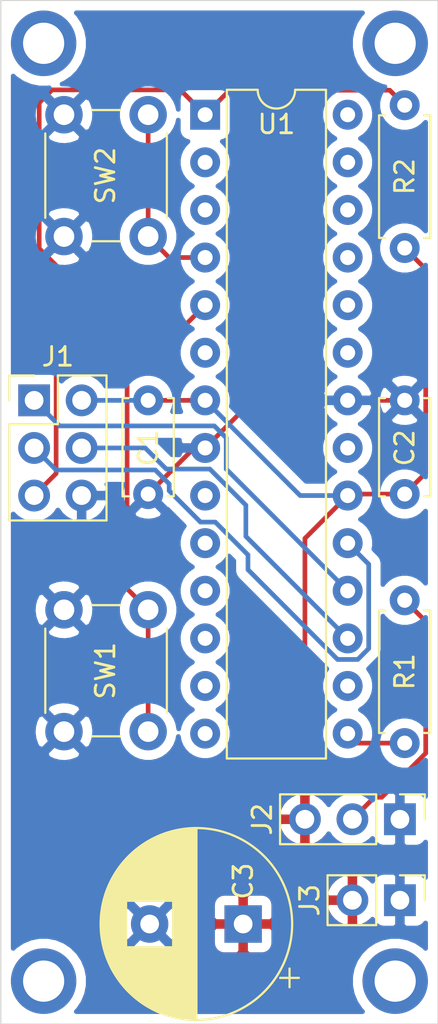
<source format=kicad_pcb>
(kicad_pcb (version 20171130) (host pcbnew 5.1.6+dfsg1-1)

  (general
    (thickness 1.6)
    (drawings 4)
    (tracks 64)
    (zones 0)
    (modules 15)
    (nets 28)
  )

  (page A4)
  (layers
    (0 F.Cu signal)
    (31 B.Cu signal)
    (32 B.Adhes user)
    (33 F.Adhes user)
    (34 B.Paste user)
    (35 F.Paste user)
    (36 B.SilkS user)
    (37 F.SilkS user)
    (38 B.Mask user)
    (39 F.Mask user)
    (40 Dwgs.User user)
    (41 Cmts.User user)
    (42 Eco1.User user)
    (43 Eco2.User user)
    (44 Edge.Cuts user)
    (45 Margin user)
    (46 B.CrtYd user)
    (47 F.CrtYd user)
    (48 B.Fab user)
    (49 F.Fab user)
  )

  (setup
    (last_trace_width 0.25)
    (trace_clearance 0.2)
    (zone_clearance 0.508)
    (zone_45_only no)
    (trace_min 0.2)
    (via_size 0.8)
    (via_drill 0.4)
    (via_min_size 0.4)
    (via_min_drill 0.3)
    (uvia_size 0.3)
    (uvia_drill 0.1)
    (uvias_allowed no)
    (uvia_min_size 0.2)
    (uvia_min_drill 0.1)
    (edge_width 0.05)
    (segment_width 0.2)
    (pcb_text_width 0.3)
    (pcb_text_size 1.5 1.5)
    (mod_edge_width 0.12)
    (mod_text_size 1 1)
    (mod_text_width 0.15)
    (pad_size 1.524 1.524)
    (pad_drill 0.762)
    (pad_to_mask_clearance 0.05)
    (aux_axis_origin 0 0)
    (visible_elements FFFFFF7F)
    (pcbplotparams
      (layerselection 0x010fc_ffffffff)
      (usegerberextensions false)
      (usegerberattributes true)
      (usegerberadvancedattributes true)
      (creategerberjobfile true)
      (excludeedgelayer true)
      (linewidth 0.100000)
      (plotframeref false)
      (viasonmask false)
      (mode 1)
      (useauxorigin false)
      (hpglpennumber 1)
      (hpglpenspeed 20)
      (hpglpendiameter 15.000000)
      (psnegative false)
      (psa4output false)
      (plotreference true)
      (plotvalue true)
      (plotinvisibletext false)
      (padsonsilk false)
      (subtractmaskfromsilk false)
      (outputformat 1)
      (mirror false)
      (drillshape 1)
      (scaleselection 1)
      (outputdirectory ""))
  )

  (net 0 "")
  (net 1 +5V)
  (net 2 GND)
  (net 3 "Net-(J1-Pad1)")
  (net 4 "Net-(J1-Pad3)")
  (net 5 "Net-(J1-Pad4)")
  (net 6 "Net-(J1-Pad5)")
  (net 7 "Net-(J2-Pad2)")
  (net 8 "Net-(R1-Pad2)")
  (net 9 "Net-(SW1-Pad1)")
  (net 10 "Net-(SW2-Pad1)")
  (net 11 "Net-(U1-Pad2)")
  (net 12 "Net-(U1-Pad16)")
  (net 13 "Net-(U1-Pad3)")
  (net 14 "Net-(U1-Pad6)")
  (net 15 "Net-(U1-Pad21)")
  (net 16 "Net-(U1-Pad9)")
  (net 17 "Net-(U1-Pad23)")
  (net 18 "Net-(U1-Pad10)")
  (net 19 "Net-(U1-Pad24)")
  (net 20 "Net-(U1-Pad11)")
  (net 21 "Net-(U1-Pad25)")
  (net 22 "Net-(U1-Pad12)")
  (net 23 "Net-(U1-Pad26)")
  (net 24 "Net-(U1-Pad13)")
  (net 25 "Net-(U1-Pad27)")
  (net 26 "Net-(U1-Pad14)")
  (net 27 "Net-(U1-Pad28)")

  (net_class Default "This is the default net class."
    (clearance 0.2)
    (trace_width 0.25)
    (via_dia 0.8)
    (via_drill 0.4)
    (uvia_dia 0.3)
    (uvia_drill 0.1)
    (add_net +5V)
    (add_net GND)
    (add_net "Net-(J1-Pad1)")
    (add_net "Net-(J1-Pad3)")
    (add_net "Net-(J1-Pad4)")
    (add_net "Net-(J1-Pad5)")
    (add_net "Net-(J2-Pad2)")
    (add_net "Net-(R1-Pad2)")
    (add_net "Net-(SW1-Pad1)")
    (add_net "Net-(SW2-Pad1)")
    (add_net "Net-(U1-Pad10)")
    (add_net "Net-(U1-Pad11)")
    (add_net "Net-(U1-Pad12)")
    (add_net "Net-(U1-Pad13)")
    (add_net "Net-(U1-Pad14)")
    (add_net "Net-(U1-Pad16)")
    (add_net "Net-(U1-Pad2)")
    (add_net "Net-(U1-Pad21)")
    (add_net "Net-(U1-Pad23)")
    (add_net "Net-(U1-Pad24)")
    (add_net "Net-(U1-Pad25)")
    (add_net "Net-(U1-Pad26)")
    (add_net "Net-(U1-Pad27)")
    (add_net "Net-(U1-Pad28)")
    (add_net "Net-(U1-Pad3)")
    (add_net "Net-(U1-Pad6)")
    (add_net "Net-(U1-Pad9)")
  )

  (module MountingHole:MountingHole_2.2mm_M2_ISO7380_Pad (layer F.Cu) (tedit 56D1B4CB) (tstamp 5F4BAD72)
    (at 138.684 82.55)
    (descr "Mounting Hole 2.2mm, M2, ISO7380")
    (tags "mounting hole 2.2mm m2 iso7380")
    (attr virtual)
    (fp_text reference REF** (at 0 -2.75) (layer F.SilkS) hide
      (effects (font (size 1 1) (thickness 0.15)))
    )
    (fp_text value MountingHole_2.2mm_M2_ISO7380_Pad (at 0 2.75) (layer F.Fab) hide
      (effects (font (size 1 1) (thickness 0.15)))
    )
    (fp_circle (center 0 0) (end 2 0) (layer F.CrtYd) (width 0.05))
    (fp_circle (center 0 0) (end 1.75 0) (layer Cmts.User) (width 0.15))
    (fp_text user %R (at 0.3 0) (layer F.Fab) hide
      (effects (font (size 1 1) (thickness 0.15)))
    )
    (pad 1 thru_hole circle (at 0 0) (size 3.5 3.5) (drill 2.2) (layers *.Cu *.Mask))
  )

  (module MountingHole:MountingHole_2.2mm_M2_ISO7380_Pad (layer F.Cu) (tedit 56D1B4CB) (tstamp 5F4BAD6B)
    (at 157.48 82.55)
    (descr "Mounting Hole 2.2mm, M2, ISO7380")
    (tags "mounting hole 2.2mm m2 iso7380")
    (attr virtual)
    (fp_text reference REF** (at 0 -2.75) (layer F.SilkS) hide
      (effects (font (size 1 1) (thickness 0.15)))
    )
    (fp_text value MountingHole_2.2mm_M2_ISO7380_Pad (at 0 2.75) (layer F.Fab) hide
      (effects (font (size 1 1) (thickness 0.15)))
    )
    (fp_text user %R (at 0.3 0) (layer F.Fab) hide
      (effects (font (size 1 1) (thickness 0.15)))
    )
    (fp_circle (center 0 0) (end 1.75 0) (layer Cmts.User) (width 0.15))
    (fp_circle (center 0 0) (end 2 0) (layer F.CrtYd) (width 0.05))
    (pad 1 thru_hole circle (at 0 0) (size 3.5 3.5) (drill 2.2) (layers *.Cu *.Mask))
  )

  (module MountingHole:MountingHole_2.2mm_M2_ISO7380_Pad (layer F.Cu) (tedit 56D1B4CB) (tstamp 5F4BAD55)
    (at 157.48 132.588)
    (descr "Mounting Hole 2.2mm, M2, ISO7380")
    (tags "mounting hole 2.2mm m2 iso7380")
    (attr virtual)
    (fp_text reference REF** (at 0 -2.75) (layer F.SilkS) hide
      (effects (font (size 1 1) (thickness 0.15)))
    )
    (fp_text value MountingHole_2.2mm_M2_ISO7380_Pad (at 0 2.75) (layer F.Fab) hide
      (effects (font (size 1 1) (thickness 0.15)))
    )
    (fp_circle (center 0 0) (end 2 0) (layer F.CrtYd) (width 0.05))
    (fp_circle (center 0 0) (end 1.75 0) (layer Cmts.User) (width 0.15))
    (fp_text user %R (at 0.3 0) (layer F.Fab) hide
      (effects (font (size 1 1) (thickness 0.15)))
    )
    (pad 1 thru_hole circle (at 0 0) (size 3.5 3.5) (drill 2.2) (layers *.Cu *.Mask))
  )

  (module MountingHole:MountingHole_2.2mm_M2_ISO7380_Pad (layer F.Cu) (tedit 56D1B4CB) (tstamp 5F4BAD4C)
    (at 138.684 132.588)
    (descr "Mounting Hole 2.2mm, M2, ISO7380")
    (tags "mounting hole 2.2mm m2 iso7380")
    (attr virtual)
    (fp_text reference REF** (at 0 -2.75) (layer F.SilkS) hide
      (effects (font (size 1 1) (thickness 0.15)))
    )
    (fp_text value MountingHole_2.2mm_M2_ISO7380_Pad (at 0 2.75) (layer F.Fab) hide
      (effects (font (size 1 1) (thickness 0.15)))
    )
    (fp_text user %R (at 0.3 0) (layer F.Fab) hide
      (effects (font (size 1 1) (thickness 0.15)))
    )
    (fp_circle (center 0 0) (end 1.75 0) (layer Cmts.User) (width 0.15))
    (fp_circle (center 0 0) (end 2 0) (layer F.CrtYd) (width 0.05))
    (pad 1 thru_hole circle (at 0 0) (size 3.5 3.5) (drill 2.2) (layers *.Cu *.Mask))
  )

  (module Capacitor_THT:C_Disc_D5.0mm_W2.5mm_P5.00mm (layer F.Cu) (tedit 5AE50EF0) (tstamp 5F4B8A59)
    (at 144.272 101.6 270)
    (descr "C, Disc series, Radial, pin pitch=5.00mm, , diameter*width=5*2.5mm^2, Capacitor, http://cdn-reichelt.de/documents/datenblatt/B300/DS_KERKO_TC.pdf")
    (tags "C Disc series Radial pin pitch 5.00mm  diameter 5mm width 2.5mm Capacitor")
    (path /5F4B13E4)
    (fp_text reference C1 (at 2.54 0 90) (layer F.SilkS)
      (effects (font (size 1 1) (thickness 0.15)))
    )
    (fp_text value 100nF (at 2.5 2.5 90) (layer F.Fab)
      (effects (font (size 1 1) (thickness 0.15)))
    )
    (fp_line (start 0 -1.25) (end 0 1.25) (layer F.Fab) (width 0.1))
    (fp_line (start 0 1.25) (end 5 1.25) (layer F.Fab) (width 0.1))
    (fp_line (start 5 1.25) (end 5 -1.25) (layer F.Fab) (width 0.1))
    (fp_line (start 5 -1.25) (end 0 -1.25) (layer F.Fab) (width 0.1))
    (fp_line (start -0.12 -1.37) (end 5.12 -1.37) (layer F.SilkS) (width 0.12))
    (fp_line (start -0.12 1.37) (end 5.12 1.37) (layer F.SilkS) (width 0.12))
    (fp_line (start -0.12 -1.37) (end -0.12 -1.055) (layer F.SilkS) (width 0.12))
    (fp_line (start -0.12 1.055) (end -0.12 1.37) (layer F.SilkS) (width 0.12))
    (fp_line (start 5.12 -1.37) (end 5.12 -1.055) (layer F.SilkS) (width 0.12))
    (fp_line (start 5.12 1.055) (end 5.12 1.37) (layer F.SilkS) (width 0.12))
    (fp_line (start -1.05 -1.5) (end -1.05 1.5) (layer F.CrtYd) (width 0.05))
    (fp_line (start -1.05 1.5) (end 6.05 1.5) (layer F.CrtYd) (width 0.05))
    (fp_line (start 6.05 1.5) (end 6.05 -1.5) (layer F.CrtYd) (width 0.05))
    (fp_line (start 6.05 -1.5) (end -1.05 -1.5) (layer F.CrtYd) (width 0.05))
    (fp_text user %R (at 2.5 0 90) (layer F.Fab)
      (effects (font (size 1 1) (thickness 0.15)))
    )
    (pad 1 thru_hole circle (at 0 0 270) (size 1.6 1.6) (drill 0.8) (layers *.Cu *.Mask)
      (net 1 +5V))
    (pad 2 thru_hole circle (at 5 0 270) (size 1.6 1.6) (drill 0.8) (layers *.Cu *.Mask)
      (net 2 GND))
    (model ${KISYS3DMOD}/Capacitor_THT.3dshapes/C_Disc_D5.0mm_W2.5mm_P5.00mm.wrl
      (at (xyz 0 0 0))
      (scale (xyz 1 1 1))
      (rotate (xyz 0 0 0))
    )
  )

  (module Capacitor_THT:C_Disc_D5.0mm_W2.5mm_P5.00mm (layer F.Cu) (tedit 5AE50EF0) (tstamp 5F4B976A)
    (at 157.988 101.6 270)
    (descr "C, Disc series, Radial, pin pitch=5.00mm, , diameter*width=5*2.5mm^2, Capacitor, http://cdn-reichelt.de/documents/datenblatt/B300/DS_KERKO_TC.pdf")
    (tags "C Disc series Radial pin pitch 5.00mm  diameter 5mm width 2.5mm Capacitor")
    (path /5F4B19E0)
    (fp_text reference C2 (at 2.54 0 90) (layer F.SilkS)
      (effects (font (size 1 1) (thickness 0.15)))
    )
    (fp_text value 100nF (at 2.5 2.5 90) (layer F.Fab)
      (effects (font (size 1 1) (thickness 0.15)))
    )
    (fp_line (start 6.05 -1.5) (end -1.05 -1.5) (layer F.CrtYd) (width 0.05))
    (fp_line (start 6.05 1.5) (end 6.05 -1.5) (layer F.CrtYd) (width 0.05))
    (fp_line (start -1.05 1.5) (end 6.05 1.5) (layer F.CrtYd) (width 0.05))
    (fp_line (start -1.05 -1.5) (end -1.05 1.5) (layer F.CrtYd) (width 0.05))
    (fp_line (start 5.12 1.055) (end 5.12 1.37) (layer F.SilkS) (width 0.12))
    (fp_line (start 5.12 -1.37) (end 5.12 -1.055) (layer F.SilkS) (width 0.12))
    (fp_line (start -0.12 1.055) (end -0.12 1.37) (layer F.SilkS) (width 0.12))
    (fp_line (start -0.12 -1.37) (end -0.12 -1.055) (layer F.SilkS) (width 0.12))
    (fp_line (start -0.12 1.37) (end 5.12 1.37) (layer F.SilkS) (width 0.12))
    (fp_line (start -0.12 -1.37) (end 5.12 -1.37) (layer F.SilkS) (width 0.12))
    (fp_line (start 5 -1.25) (end 0 -1.25) (layer F.Fab) (width 0.1))
    (fp_line (start 5 1.25) (end 5 -1.25) (layer F.Fab) (width 0.1))
    (fp_line (start 0 1.25) (end 5 1.25) (layer F.Fab) (width 0.1))
    (fp_line (start 0 -1.25) (end 0 1.25) (layer F.Fab) (width 0.1))
    (fp_text user %R (at 2.5 0 90) (layer F.Fab)
      (effects (font (size 1 1) (thickness 0.15)))
    )
    (pad 2 thru_hole circle (at 5 0 270) (size 1.6 1.6) (drill 0.8) (layers *.Cu *.Mask)
      (net 1 +5V))
    (pad 1 thru_hole circle (at 0 0 270) (size 1.6 1.6) (drill 0.8) (layers *.Cu *.Mask)
      (net 2 GND))
    (model ${KISYS3DMOD}/Capacitor_THT.3dshapes/C_Disc_D5.0mm_W2.5mm_P5.00mm.wrl
      (at (xyz 0 0 0))
      (scale (xyz 1 1 1))
      (rotate (xyz 0 0 0))
    )
  )

  (module Capacitor_THT:CP_Radial_D10.0mm_P5.00mm (layer F.Cu) (tedit 5AE50EF1) (tstamp 5F4B7A66)
    (at 149.352 129.54 180)
    (descr "CP, Radial series, Radial, pin pitch=5.00mm, , diameter=10mm, Electrolytic Capacitor")
    (tags "CP Radial series Radial pin pitch 5.00mm  diameter 10mm Electrolytic Capacitor")
    (path /5F4CEA56)
    (fp_text reference C3 (at 0 2.286 90) (layer F.SilkS)
      (effects (font (size 1 1) (thickness 0.15)))
    )
    (fp_text value 1000uF (at 2.5 6.25) (layer F.Fab)
      (effects (font (size 1 1) (thickness 0.15)))
    )
    (fp_circle (center 2.5 0) (end 7.5 0) (layer F.Fab) (width 0.1))
    (fp_circle (center 2.5 0) (end 7.62 0) (layer F.SilkS) (width 0.12))
    (fp_circle (center 2.5 0) (end 7.75 0) (layer F.CrtYd) (width 0.05))
    (fp_line (start -1.788861 -2.1875) (end -0.788861 -2.1875) (layer F.Fab) (width 0.1))
    (fp_line (start -1.288861 -2.6875) (end -1.288861 -1.6875) (layer F.Fab) (width 0.1))
    (fp_line (start 2.5 -5.08) (end 2.5 5.08) (layer F.SilkS) (width 0.12))
    (fp_line (start 2.54 -5.08) (end 2.54 5.08) (layer F.SilkS) (width 0.12))
    (fp_line (start 2.58 -5.08) (end 2.58 5.08) (layer F.SilkS) (width 0.12))
    (fp_line (start 2.62 -5.079) (end 2.62 5.079) (layer F.SilkS) (width 0.12))
    (fp_line (start 2.66 -5.078) (end 2.66 5.078) (layer F.SilkS) (width 0.12))
    (fp_line (start 2.7 -5.077) (end 2.7 5.077) (layer F.SilkS) (width 0.12))
    (fp_line (start 2.74 -5.075) (end 2.74 5.075) (layer F.SilkS) (width 0.12))
    (fp_line (start 2.78 -5.073) (end 2.78 5.073) (layer F.SilkS) (width 0.12))
    (fp_line (start 2.82 -5.07) (end 2.82 5.07) (layer F.SilkS) (width 0.12))
    (fp_line (start 2.86 -5.068) (end 2.86 5.068) (layer F.SilkS) (width 0.12))
    (fp_line (start 2.9 -5.065) (end 2.9 5.065) (layer F.SilkS) (width 0.12))
    (fp_line (start 2.94 -5.062) (end 2.94 5.062) (layer F.SilkS) (width 0.12))
    (fp_line (start 2.98 -5.058) (end 2.98 5.058) (layer F.SilkS) (width 0.12))
    (fp_line (start 3.02 -5.054) (end 3.02 5.054) (layer F.SilkS) (width 0.12))
    (fp_line (start 3.06 -5.05) (end 3.06 5.05) (layer F.SilkS) (width 0.12))
    (fp_line (start 3.1 -5.045) (end 3.1 5.045) (layer F.SilkS) (width 0.12))
    (fp_line (start 3.14 -5.04) (end 3.14 5.04) (layer F.SilkS) (width 0.12))
    (fp_line (start 3.18 -5.035) (end 3.18 5.035) (layer F.SilkS) (width 0.12))
    (fp_line (start 3.221 -5.03) (end 3.221 5.03) (layer F.SilkS) (width 0.12))
    (fp_line (start 3.261 -5.024) (end 3.261 5.024) (layer F.SilkS) (width 0.12))
    (fp_line (start 3.301 -5.018) (end 3.301 5.018) (layer F.SilkS) (width 0.12))
    (fp_line (start 3.341 -5.011) (end 3.341 5.011) (layer F.SilkS) (width 0.12))
    (fp_line (start 3.381 -5.004) (end 3.381 5.004) (layer F.SilkS) (width 0.12))
    (fp_line (start 3.421 -4.997) (end 3.421 4.997) (layer F.SilkS) (width 0.12))
    (fp_line (start 3.461 -4.99) (end 3.461 4.99) (layer F.SilkS) (width 0.12))
    (fp_line (start 3.501 -4.982) (end 3.501 4.982) (layer F.SilkS) (width 0.12))
    (fp_line (start 3.541 -4.974) (end 3.541 4.974) (layer F.SilkS) (width 0.12))
    (fp_line (start 3.581 -4.965) (end 3.581 4.965) (layer F.SilkS) (width 0.12))
    (fp_line (start 3.621 -4.956) (end 3.621 4.956) (layer F.SilkS) (width 0.12))
    (fp_line (start 3.661 -4.947) (end 3.661 4.947) (layer F.SilkS) (width 0.12))
    (fp_line (start 3.701 -4.938) (end 3.701 4.938) (layer F.SilkS) (width 0.12))
    (fp_line (start 3.741 -4.928) (end 3.741 4.928) (layer F.SilkS) (width 0.12))
    (fp_line (start 3.781 -4.918) (end 3.781 -1.241) (layer F.SilkS) (width 0.12))
    (fp_line (start 3.781 1.241) (end 3.781 4.918) (layer F.SilkS) (width 0.12))
    (fp_line (start 3.821 -4.907) (end 3.821 -1.241) (layer F.SilkS) (width 0.12))
    (fp_line (start 3.821 1.241) (end 3.821 4.907) (layer F.SilkS) (width 0.12))
    (fp_line (start 3.861 -4.897) (end 3.861 -1.241) (layer F.SilkS) (width 0.12))
    (fp_line (start 3.861 1.241) (end 3.861 4.897) (layer F.SilkS) (width 0.12))
    (fp_line (start 3.901 -4.885) (end 3.901 -1.241) (layer F.SilkS) (width 0.12))
    (fp_line (start 3.901 1.241) (end 3.901 4.885) (layer F.SilkS) (width 0.12))
    (fp_line (start 3.941 -4.874) (end 3.941 -1.241) (layer F.SilkS) (width 0.12))
    (fp_line (start 3.941 1.241) (end 3.941 4.874) (layer F.SilkS) (width 0.12))
    (fp_line (start 3.981 -4.862) (end 3.981 -1.241) (layer F.SilkS) (width 0.12))
    (fp_line (start 3.981 1.241) (end 3.981 4.862) (layer F.SilkS) (width 0.12))
    (fp_line (start 4.021 -4.85) (end 4.021 -1.241) (layer F.SilkS) (width 0.12))
    (fp_line (start 4.021 1.241) (end 4.021 4.85) (layer F.SilkS) (width 0.12))
    (fp_line (start 4.061 -4.837) (end 4.061 -1.241) (layer F.SilkS) (width 0.12))
    (fp_line (start 4.061 1.241) (end 4.061 4.837) (layer F.SilkS) (width 0.12))
    (fp_line (start 4.101 -4.824) (end 4.101 -1.241) (layer F.SilkS) (width 0.12))
    (fp_line (start 4.101 1.241) (end 4.101 4.824) (layer F.SilkS) (width 0.12))
    (fp_line (start 4.141 -4.811) (end 4.141 -1.241) (layer F.SilkS) (width 0.12))
    (fp_line (start 4.141 1.241) (end 4.141 4.811) (layer F.SilkS) (width 0.12))
    (fp_line (start 4.181 -4.797) (end 4.181 -1.241) (layer F.SilkS) (width 0.12))
    (fp_line (start 4.181 1.241) (end 4.181 4.797) (layer F.SilkS) (width 0.12))
    (fp_line (start 4.221 -4.783) (end 4.221 -1.241) (layer F.SilkS) (width 0.12))
    (fp_line (start 4.221 1.241) (end 4.221 4.783) (layer F.SilkS) (width 0.12))
    (fp_line (start 4.261 -4.768) (end 4.261 -1.241) (layer F.SilkS) (width 0.12))
    (fp_line (start 4.261 1.241) (end 4.261 4.768) (layer F.SilkS) (width 0.12))
    (fp_line (start 4.301 -4.754) (end 4.301 -1.241) (layer F.SilkS) (width 0.12))
    (fp_line (start 4.301 1.241) (end 4.301 4.754) (layer F.SilkS) (width 0.12))
    (fp_line (start 4.341 -4.738) (end 4.341 -1.241) (layer F.SilkS) (width 0.12))
    (fp_line (start 4.341 1.241) (end 4.341 4.738) (layer F.SilkS) (width 0.12))
    (fp_line (start 4.381 -4.723) (end 4.381 -1.241) (layer F.SilkS) (width 0.12))
    (fp_line (start 4.381 1.241) (end 4.381 4.723) (layer F.SilkS) (width 0.12))
    (fp_line (start 4.421 -4.707) (end 4.421 -1.241) (layer F.SilkS) (width 0.12))
    (fp_line (start 4.421 1.241) (end 4.421 4.707) (layer F.SilkS) (width 0.12))
    (fp_line (start 4.461 -4.69) (end 4.461 -1.241) (layer F.SilkS) (width 0.12))
    (fp_line (start 4.461 1.241) (end 4.461 4.69) (layer F.SilkS) (width 0.12))
    (fp_line (start 4.501 -4.674) (end 4.501 -1.241) (layer F.SilkS) (width 0.12))
    (fp_line (start 4.501 1.241) (end 4.501 4.674) (layer F.SilkS) (width 0.12))
    (fp_line (start 4.541 -4.657) (end 4.541 -1.241) (layer F.SilkS) (width 0.12))
    (fp_line (start 4.541 1.241) (end 4.541 4.657) (layer F.SilkS) (width 0.12))
    (fp_line (start 4.581 -4.639) (end 4.581 -1.241) (layer F.SilkS) (width 0.12))
    (fp_line (start 4.581 1.241) (end 4.581 4.639) (layer F.SilkS) (width 0.12))
    (fp_line (start 4.621 -4.621) (end 4.621 -1.241) (layer F.SilkS) (width 0.12))
    (fp_line (start 4.621 1.241) (end 4.621 4.621) (layer F.SilkS) (width 0.12))
    (fp_line (start 4.661 -4.603) (end 4.661 -1.241) (layer F.SilkS) (width 0.12))
    (fp_line (start 4.661 1.241) (end 4.661 4.603) (layer F.SilkS) (width 0.12))
    (fp_line (start 4.701 -4.584) (end 4.701 -1.241) (layer F.SilkS) (width 0.12))
    (fp_line (start 4.701 1.241) (end 4.701 4.584) (layer F.SilkS) (width 0.12))
    (fp_line (start 4.741 -4.564) (end 4.741 -1.241) (layer F.SilkS) (width 0.12))
    (fp_line (start 4.741 1.241) (end 4.741 4.564) (layer F.SilkS) (width 0.12))
    (fp_line (start 4.781 -4.545) (end 4.781 -1.241) (layer F.SilkS) (width 0.12))
    (fp_line (start 4.781 1.241) (end 4.781 4.545) (layer F.SilkS) (width 0.12))
    (fp_line (start 4.821 -4.525) (end 4.821 -1.241) (layer F.SilkS) (width 0.12))
    (fp_line (start 4.821 1.241) (end 4.821 4.525) (layer F.SilkS) (width 0.12))
    (fp_line (start 4.861 -4.504) (end 4.861 -1.241) (layer F.SilkS) (width 0.12))
    (fp_line (start 4.861 1.241) (end 4.861 4.504) (layer F.SilkS) (width 0.12))
    (fp_line (start 4.901 -4.483) (end 4.901 -1.241) (layer F.SilkS) (width 0.12))
    (fp_line (start 4.901 1.241) (end 4.901 4.483) (layer F.SilkS) (width 0.12))
    (fp_line (start 4.941 -4.462) (end 4.941 -1.241) (layer F.SilkS) (width 0.12))
    (fp_line (start 4.941 1.241) (end 4.941 4.462) (layer F.SilkS) (width 0.12))
    (fp_line (start 4.981 -4.44) (end 4.981 -1.241) (layer F.SilkS) (width 0.12))
    (fp_line (start 4.981 1.241) (end 4.981 4.44) (layer F.SilkS) (width 0.12))
    (fp_line (start 5.021 -4.417) (end 5.021 -1.241) (layer F.SilkS) (width 0.12))
    (fp_line (start 5.021 1.241) (end 5.021 4.417) (layer F.SilkS) (width 0.12))
    (fp_line (start 5.061 -4.395) (end 5.061 -1.241) (layer F.SilkS) (width 0.12))
    (fp_line (start 5.061 1.241) (end 5.061 4.395) (layer F.SilkS) (width 0.12))
    (fp_line (start 5.101 -4.371) (end 5.101 -1.241) (layer F.SilkS) (width 0.12))
    (fp_line (start 5.101 1.241) (end 5.101 4.371) (layer F.SilkS) (width 0.12))
    (fp_line (start 5.141 -4.347) (end 5.141 -1.241) (layer F.SilkS) (width 0.12))
    (fp_line (start 5.141 1.241) (end 5.141 4.347) (layer F.SilkS) (width 0.12))
    (fp_line (start 5.181 -4.323) (end 5.181 -1.241) (layer F.SilkS) (width 0.12))
    (fp_line (start 5.181 1.241) (end 5.181 4.323) (layer F.SilkS) (width 0.12))
    (fp_line (start 5.221 -4.298) (end 5.221 -1.241) (layer F.SilkS) (width 0.12))
    (fp_line (start 5.221 1.241) (end 5.221 4.298) (layer F.SilkS) (width 0.12))
    (fp_line (start 5.261 -4.273) (end 5.261 -1.241) (layer F.SilkS) (width 0.12))
    (fp_line (start 5.261 1.241) (end 5.261 4.273) (layer F.SilkS) (width 0.12))
    (fp_line (start 5.301 -4.247) (end 5.301 -1.241) (layer F.SilkS) (width 0.12))
    (fp_line (start 5.301 1.241) (end 5.301 4.247) (layer F.SilkS) (width 0.12))
    (fp_line (start 5.341 -4.221) (end 5.341 -1.241) (layer F.SilkS) (width 0.12))
    (fp_line (start 5.341 1.241) (end 5.341 4.221) (layer F.SilkS) (width 0.12))
    (fp_line (start 5.381 -4.194) (end 5.381 -1.241) (layer F.SilkS) (width 0.12))
    (fp_line (start 5.381 1.241) (end 5.381 4.194) (layer F.SilkS) (width 0.12))
    (fp_line (start 5.421 -4.166) (end 5.421 -1.241) (layer F.SilkS) (width 0.12))
    (fp_line (start 5.421 1.241) (end 5.421 4.166) (layer F.SilkS) (width 0.12))
    (fp_line (start 5.461 -4.138) (end 5.461 -1.241) (layer F.SilkS) (width 0.12))
    (fp_line (start 5.461 1.241) (end 5.461 4.138) (layer F.SilkS) (width 0.12))
    (fp_line (start 5.501 -4.11) (end 5.501 -1.241) (layer F.SilkS) (width 0.12))
    (fp_line (start 5.501 1.241) (end 5.501 4.11) (layer F.SilkS) (width 0.12))
    (fp_line (start 5.541 -4.08) (end 5.541 -1.241) (layer F.SilkS) (width 0.12))
    (fp_line (start 5.541 1.241) (end 5.541 4.08) (layer F.SilkS) (width 0.12))
    (fp_line (start 5.581 -4.05) (end 5.581 -1.241) (layer F.SilkS) (width 0.12))
    (fp_line (start 5.581 1.241) (end 5.581 4.05) (layer F.SilkS) (width 0.12))
    (fp_line (start 5.621 -4.02) (end 5.621 -1.241) (layer F.SilkS) (width 0.12))
    (fp_line (start 5.621 1.241) (end 5.621 4.02) (layer F.SilkS) (width 0.12))
    (fp_line (start 5.661 -3.989) (end 5.661 -1.241) (layer F.SilkS) (width 0.12))
    (fp_line (start 5.661 1.241) (end 5.661 3.989) (layer F.SilkS) (width 0.12))
    (fp_line (start 5.701 -3.957) (end 5.701 -1.241) (layer F.SilkS) (width 0.12))
    (fp_line (start 5.701 1.241) (end 5.701 3.957) (layer F.SilkS) (width 0.12))
    (fp_line (start 5.741 -3.925) (end 5.741 -1.241) (layer F.SilkS) (width 0.12))
    (fp_line (start 5.741 1.241) (end 5.741 3.925) (layer F.SilkS) (width 0.12))
    (fp_line (start 5.781 -3.892) (end 5.781 -1.241) (layer F.SilkS) (width 0.12))
    (fp_line (start 5.781 1.241) (end 5.781 3.892) (layer F.SilkS) (width 0.12))
    (fp_line (start 5.821 -3.858) (end 5.821 -1.241) (layer F.SilkS) (width 0.12))
    (fp_line (start 5.821 1.241) (end 5.821 3.858) (layer F.SilkS) (width 0.12))
    (fp_line (start 5.861 -3.824) (end 5.861 -1.241) (layer F.SilkS) (width 0.12))
    (fp_line (start 5.861 1.241) (end 5.861 3.824) (layer F.SilkS) (width 0.12))
    (fp_line (start 5.901 -3.789) (end 5.901 -1.241) (layer F.SilkS) (width 0.12))
    (fp_line (start 5.901 1.241) (end 5.901 3.789) (layer F.SilkS) (width 0.12))
    (fp_line (start 5.941 -3.753) (end 5.941 -1.241) (layer F.SilkS) (width 0.12))
    (fp_line (start 5.941 1.241) (end 5.941 3.753) (layer F.SilkS) (width 0.12))
    (fp_line (start 5.981 -3.716) (end 5.981 -1.241) (layer F.SilkS) (width 0.12))
    (fp_line (start 5.981 1.241) (end 5.981 3.716) (layer F.SilkS) (width 0.12))
    (fp_line (start 6.021 -3.679) (end 6.021 -1.241) (layer F.SilkS) (width 0.12))
    (fp_line (start 6.021 1.241) (end 6.021 3.679) (layer F.SilkS) (width 0.12))
    (fp_line (start 6.061 -3.64) (end 6.061 -1.241) (layer F.SilkS) (width 0.12))
    (fp_line (start 6.061 1.241) (end 6.061 3.64) (layer F.SilkS) (width 0.12))
    (fp_line (start 6.101 -3.601) (end 6.101 -1.241) (layer F.SilkS) (width 0.12))
    (fp_line (start 6.101 1.241) (end 6.101 3.601) (layer F.SilkS) (width 0.12))
    (fp_line (start 6.141 -3.561) (end 6.141 -1.241) (layer F.SilkS) (width 0.12))
    (fp_line (start 6.141 1.241) (end 6.141 3.561) (layer F.SilkS) (width 0.12))
    (fp_line (start 6.181 -3.52) (end 6.181 -1.241) (layer F.SilkS) (width 0.12))
    (fp_line (start 6.181 1.241) (end 6.181 3.52) (layer F.SilkS) (width 0.12))
    (fp_line (start 6.221 -3.478) (end 6.221 -1.241) (layer F.SilkS) (width 0.12))
    (fp_line (start 6.221 1.241) (end 6.221 3.478) (layer F.SilkS) (width 0.12))
    (fp_line (start 6.261 -3.436) (end 6.261 3.436) (layer F.SilkS) (width 0.12))
    (fp_line (start 6.301 -3.392) (end 6.301 3.392) (layer F.SilkS) (width 0.12))
    (fp_line (start 6.341 -3.347) (end 6.341 3.347) (layer F.SilkS) (width 0.12))
    (fp_line (start 6.381 -3.301) (end 6.381 3.301) (layer F.SilkS) (width 0.12))
    (fp_line (start 6.421 -3.254) (end 6.421 3.254) (layer F.SilkS) (width 0.12))
    (fp_line (start 6.461 -3.206) (end 6.461 3.206) (layer F.SilkS) (width 0.12))
    (fp_line (start 6.501 -3.156) (end 6.501 3.156) (layer F.SilkS) (width 0.12))
    (fp_line (start 6.541 -3.106) (end 6.541 3.106) (layer F.SilkS) (width 0.12))
    (fp_line (start 6.581 -3.054) (end 6.581 3.054) (layer F.SilkS) (width 0.12))
    (fp_line (start 6.621 -3) (end 6.621 3) (layer F.SilkS) (width 0.12))
    (fp_line (start 6.661 -2.945) (end 6.661 2.945) (layer F.SilkS) (width 0.12))
    (fp_line (start 6.701 -2.889) (end 6.701 2.889) (layer F.SilkS) (width 0.12))
    (fp_line (start 6.741 -2.83) (end 6.741 2.83) (layer F.SilkS) (width 0.12))
    (fp_line (start 6.781 -2.77) (end 6.781 2.77) (layer F.SilkS) (width 0.12))
    (fp_line (start 6.821 -2.709) (end 6.821 2.709) (layer F.SilkS) (width 0.12))
    (fp_line (start 6.861 -2.645) (end 6.861 2.645) (layer F.SilkS) (width 0.12))
    (fp_line (start 6.901 -2.579) (end 6.901 2.579) (layer F.SilkS) (width 0.12))
    (fp_line (start 6.941 -2.51) (end 6.941 2.51) (layer F.SilkS) (width 0.12))
    (fp_line (start 6.981 -2.439) (end 6.981 2.439) (layer F.SilkS) (width 0.12))
    (fp_line (start 7.021 -2.365) (end 7.021 2.365) (layer F.SilkS) (width 0.12))
    (fp_line (start 7.061 -2.289) (end 7.061 2.289) (layer F.SilkS) (width 0.12))
    (fp_line (start 7.101 -2.209) (end 7.101 2.209) (layer F.SilkS) (width 0.12))
    (fp_line (start 7.141 -2.125) (end 7.141 2.125) (layer F.SilkS) (width 0.12))
    (fp_line (start 7.181 -2.037) (end 7.181 2.037) (layer F.SilkS) (width 0.12))
    (fp_line (start 7.221 -1.944) (end 7.221 1.944) (layer F.SilkS) (width 0.12))
    (fp_line (start 7.261 -1.846) (end 7.261 1.846) (layer F.SilkS) (width 0.12))
    (fp_line (start 7.301 -1.742) (end 7.301 1.742) (layer F.SilkS) (width 0.12))
    (fp_line (start 7.341 -1.63) (end 7.341 1.63) (layer F.SilkS) (width 0.12))
    (fp_line (start 7.381 -1.51) (end 7.381 1.51) (layer F.SilkS) (width 0.12))
    (fp_line (start 7.421 -1.378) (end 7.421 1.378) (layer F.SilkS) (width 0.12))
    (fp_line (start 7.461 -1.23) (end 7.461 1.23) (layer F.SilkS) (width 0.12))
    (fp_line (start 7.501 -1.062) (end 7.501 1.062) (layer F.SilkS) (width 0.12))
    (fp_line (start 7.541 -0.862) (end 7.541 0.862) (layer F.SilkS) (width 0.12))
    (fp_line (start 7.581 -0.599) (end 7.581 0.599) (layer F.SilkS) (width 0.12))
    (fp_line (start -2.979646 -2.875) (end -1.979646 -2.875) (layer F.SilkS) (width 0.12))
    (fp_line (start -2.479646 -3.375) (end -2.479646 -2.375) (layer F.SilkS) (width 0.12))
    (fp_text user %R (at 2.5 0) (layer F.Fab)
      (effects (font (size 1 1) (thickness 0.15)))
    )
    (pad 1 thru_hole rect (at 0 0 180) (size 2 2) (drill 1) (layers *.Cu *.Mask)
      (net 1 +5V))
    (pad 2 thru_hole circle (at 5 0 180) (size 2 2) (drill 1) (layers *.Cu *.Mask)
      (net 2 GND))
    (model ${KISYS3DMOD}/Capacitor_THT.3dshapes/CP_Radial_D10.0mm_P5.00mm.wrl
      (at (xyz 0 0 0))
      (scale (xyz 1 1 1))
      (rotate (xyz 0 0 0))
    )
  )

  (module Connector_PinHeader_2.54mm:PinHeader_2x03_P2.54mm_Vertical (layer F.Cu) (tedit 59FED5CC) (tstamp 5F4B7647)
    (at 138.176 101.6)
    (descr "Through hole straight pin header, 2x03, 2.54mm pitch, double rows")
    (tags "Through hole pin header THT 2x03 2.54mm double row")
    (path /5F4B5DDE)
    (fp_text reference J1 (at 1.27 -2.33) (layer F.SilkS)
      (effects (font (size 1 1) (thickness 0.15)))
    )
    (fp_text value ICSP (at 1.27 7.41) (layer F.Fab)
      (effects (font (size 1 1) (thickness 0.15)))
    )
    (fp_line (start 0 -1.27) (end 3.81 -1.27) (layer F.Fab) (width 0.1))
    (fp_line (start 3.81 -1.27) (end 3.81 6.35) (layer F.Fab) (width 0.1))
    (fp_line (start 3.81 6.35) (end -1.27 6.35) (layer F.Fab) (width 0.1))
    (fp_line (start -1.27 6.35) (end -1.27 0) (layer F.Fab) (width 0.1))
    (fp_line (start -1.27 0) (end 0 -1.27) (layer F.Fab) (width 0.1))
    (fp_line (start -1.33 6.41) (end 3.87 6.41) (layer F.SilkS) (width 0.12))
    (fp_line (start -1.33 1.27) (end -1.33 6.41) (layer F.SilkS) (width 0.12))
    (fp_line (start 3.87 -1.33) (end 3.87 6.41) (layer F.SilkS) (width 0.12))
    (fp_line (start -1.33 1.27) (end 1.27 1.27) (layer F.SilkS) (width 0.12))
    (fp_line (start 1.27 1.27) (end 1.27 -1.33) (layer F.SilkS) (width 0.12))
    (fp_line (start 1.27 -1.33) (end 3.87 -1.33) (layer F.SilkS) (width 0.12))
    (fp_line (start -1.33 0) (end -1.33 -1.33) (layer F.SilkS) (width 0.12))
    (fp_line (start -1.33 -1.33) (end 0 -1.33) (layer F.SilkS) (width 0.12))
    (fp_line (start -1.8 -1.8) (end -1.8 6.85) (layer F.CrtYd) (width 0.05))
    (fp_line (start -1.8 6.85) (end 4.35 6.85) (layer F.CrtYd) (width 0.05))
    (fp_line (start 4.35 6.85) (end 4.35 -1.8) (layer F.CrtYd) (width 0.05))
    (fp_line (start 4.35 -1.8) (end -1.8 -1.8) (layer F.CrtYd) (width 0.05))
    (fp_text user %R (at 1.27 2.54 90) (layer F.Fab)
      (effects (font (size 1 1) (thickness 0.15)))
    )
    (pad 1 thru_hole rect (at 0 0) (size 1.7 1.7) (drill 1) (layers *.Cu *.Mask)
      (net 3 "Net-(J1-Pad1)"))
    (pad 2 thru_hole oval (at 2.54 0) (size 1.7 1.7) (drill 1) (layers *.Cu *.Mask)
      (net 1 +5V))
    (pad 3 thru_hole oval (at 0 2.54) (size 1.7 1.7) (drill 1) (layers *.Cu *.Mask)
      (net 4 "Net-(J1-Pad3)"))
    (pad 4 thru_hole oval (at 2.54 2.54) (size 1.7 1.7) (drill 1) (layers *.Cu *.Mask)
      (net 5 "Net-(J1-Pad4)"))
    (pad 5 thru_hole oval (at 0 5.08) (size 1.7 1.7) (drill 1) (layers *.Cu *.Mask)
      (net 6 "Net-(J1-Pad5)"))
    (pad 6 thru_hole oval (at 2.54 5.08) (size 1.7 1.7) (drill 1) (layers *.Cu *.Mask)
      (net 2 GND))
    (model ${KISYS3DMOD}/Connector_PinHeader_2.54mm.3dshapes/PinHeader_2x03_P2.54mm_Vertical.wrl
      (at (xyz 0 0 0))
      (scale (xyz 1 1 1))
      (rotate (xyz 0 0 0))
    )
  )

  (module Connector_PinHeader_2.54mm:PinHeader_1x03_P2.54mm_Vertical (layer F.Cu) (tedit 59FED5CC) (tstamp 5F4B72C7)
    (at 157.734 123.952 270)
    (descr "Through hole straight pin header, 1x03, 2.54mm pitch, single row")
    (tags "Through hole pin header THT 1x03 2.54mm single row")
    (path /5F4C780C)
    (fp_text reference J2 (at 0 7.366 90) (layer F.SilkS)
      (effects (font (size 1 1) (thickness 0.15)))
    )
    (fp_text value "To Strip" (at 0 7.41 90) (layer F.Fab)
      (effects (font (size 1 1) (thickness 0.15)))
    )
    (fp_line (start -0.635 -1.27) (end 1.27 -1.27) (layer F.Fab) (width 0.1))
    (fp_line (start 1.27 -1.27) (end 1.27 6.35) (layer F.Fab) (width 0.1))
    (fp_line (start 1.27 6.35) (end -1.27 6.35) (layer F.Fab) (width 0.1))
    (fp_line (start -1.27 6.35) (end -1.27 -0.635) (layer F.Fab) (width 0.1))
    (fp_line (start -1.27 -0.635) (end -0.635 -1.27) (layer F.Fab) (width 0.1))
    (fp_line (start -1.33 6.41) (end 1.33 6.41) (layer F.SilkS) (width 0.12))
    (fp_line (start -1.33 1.27) (end -1.33 6.41) (layer F.SilkS) (width 0.12))
    (fp_line (start 1.33 1.27) (end 1.33 6.41) (layer F.SilkS) (width 0.12))
    (fp_line (start -1.33 1.27) (end 1.33 1.27) (layer F.SilkS) (width 0.12))
    (fp_line (start -1.33 0) (end -1.33 -1.33) (layer F.SilkS) (width 0.12))
    (fp_line (start -1.33 -1.33) (end 0 -1.33) (layer F.SilkS) (width 0.12))
    (fp_line (start -1.8 -1.8) (end -1.8 6.85) (layer F.CrtYd) (width 0.05))
    (fp_line (start -1.8 6.85) (end 1.8 6.85) (layer F.CrtYd) (width 0.05))
    (fp_line (start 1.8 6.85) (end 1.8 -1.8) (layer F.CrtYd) (width 0.05))
    (fp_line (start 1.8 -1.8) (end -1.8 -1.8) (layer F.CrtYd) (width 0.05))
    (fp_text user %R (at 0 2.54) (layer F.Fab)
      (effects (font (size 1 1) (thickness 0.15)))
    )
    (pad 1 thru_hole rect (at 0 0 270) (size 1.7 1.7) (drill 1) (layers *.Cu *.Mask)
      (net 2 GND))
    (pad 2 thru_hole oval (at 0 2.54 270) (size 1.7 1.7) (drill 1) (layers *.Cu *.Mask)
      (net 7 "Net-(J2-Pad2)"))
    (pad 3 thru_hole oval (at 0 5.08 270) (size 1.7 1.7) (drill 1) (layers *.Cu *.Mask)
      (net 1 +5V))
    (model ${KISYS3DMOD}/Connector_PinHeader_2.54mm.3dshapes/PinHeader_1x03_P2.54mm_Vertical.wrl
      (at (xyz 0 0 0))
      (scale (xyz 1 1 1))
      (rotate (xyz 0 0 0))
    )
  )

  (module Resistor_THT:R_Axial_DIN0207_L6.3mm_D2.5mm_P7.62mm_Horizontal (layer F.Cu) (tedit 5AE5139B) (tstamp 5F4B89C7)
    (at 157.988 112.268 270)
    (descr "Resistor, Axial_DIN0207 series, Axial, Horizontal, pin pitch=7.62mm, 0.25W = 1/4W, length*diameter=6.3*2.5mm^2, http://cdn-reichelt.de/documents/datenblatt/B400/1_4W%23YAG.pdf")
    (tags "Resistor Axial_DIN0207 series Axial Horizontal pin pitch 7.62mm 0.25W = 1/4W length 6.3mm diameter 2.5mm")
    (path /5F4B3EE3)
    (fp_text reference R1 (at 3.81 0 90) (layer F.SilkS)
      (effects (font (size 1 1) (thickness 0.15)))
    )
    (fp_text value 220 (at 3.81 2.37 90) (layer F.Fab)
      (effects (font (size 1 1) (thickness 0.15)))
    )
    (fp_line (start 0.66 -1.25) (end 0.66 1.25) (layer F.Fab) (width 0.1))
    (fp_line (start 0.66 1.25) (end 6.96 1.25) (layer F.Fab) (width 0.1))
    (fp_line (start 6.96 1.25) (end 6.96 -1.25) (layer F.Fab) (width 0.1))
    (fp_line (start 6.96 -1.25) (end 0.66 -1.25) (layer F.Fab) (width 0.1))
    (fp_line (start 0 0) (end 0.66 0) (layer F.Fab) (width 0.1))
    (fp_line (start 7.62 0) (end 6.96 0) (layer F.Fab) (width 0.1))
    (fp_line (start 0.54 -1.04) (end 0.54 -1.37) (layer F.SilkS) (width 0.12))
    (fp_line (start 0.54 -1.37) (end 7.08 -1.37) (layer F.SilkS) (width 0.12))
    (fp_line (start 7.08 -1.37) (end 7.08 -1.04) (layer F.SilkS) (width 0.12))
    (fp_line (start 0.54 1.04) (end 0.54 1.37) (layer F.SilkS) (width 0.12))
    (fp_line (start 0.54 1.37) (end 7.08 1.37) (layer F.SilkS) (width 0.12))
    (fp_line (start 7.08 1.37) (end 7.08 1.04) (layer F.SilkS) (width 0.12))
    (fp_line (start -1.05 -1.5) (end -1.05 1.5) (layer F.CrtYd) (width 0.05))
    (fp_line (start -1.05 1.5) (end 8.67 1.5) (layer F.CrtYd) (width 0.05))
    (fp_line (start 8.67 1.5) (end 8.67 -1.5) (layer F.CrtYd) (width 0.05))
    (fp_line (start 8.67 -1.5) (end -1.05 -1.5) (layer F.CrtYd) (width 0.05))
    (fp_text user %R (at 3.81 0 90) (layer F.Fab)
      (effects (font (size 1 1) (thickness 0.15)))
    )
    (pad 1 thru_hole circle (at 0 0 270) (size 1.6 1.6) (drill 0.8) (layers *.Cu *.Mask)
      (net 7 "Net-(J2-Pad2)"))
    (pad 2 thru_hole oval (at 7.62 0 270) (size 1.6 1.6) (drill 0.8) (layers *.Cu *.Mask)
      (net 8 "Net-(R1-Pad2)"))
    (model ${KISYS3DMOD}/Resistor_THT.3dshapes/R_Axial_DIN0207_L6.3mm_D2.5mm_P7.62mm_Horizontal.wrl
      (at (xyz 0 0 0))
      (scale (xyz 1 1 1))
      (rotate (xyz 0 0 0))
    )
  )

  (module Resistor_THT:R_Axial_DIN0207_L6.3mm_D2.5mm_P7.62mm_Horizontal (layer F.Cu) (tedit 5AE5139B) (tstamp 5F4B88A9)
    (at 157.988 93.472 90)
    (descr "Resistor, Axial_DIN0207 series, Axial, Horizontal, pin pitch=7.62mm, 0.25W = 1/4W, length*diameter=6.3*2.5mm^2, http://cdn-reichelt.de/documents/datenblatt/B400/1_4W%23YAG.pdf")
    (tags "Resistor Axial_DIN0207 series Axial Horizontal pin pitch 7.62mm 0.25W = 1/4W length 6.3mm diameter 2.5mm")
    (path /5F4B4DD6)
    (fp_text reference R2 (at 3.81 0 90) (layer F.SilkS)
      (effects (font (size 1 1) (thickness 0.15)))
    )
    (fp_text value 10K (at 3.81 0 90) (layer F.Fab)
      (effects (font (size 1 1) (thickness 0.15)))
    )
    (fp_line (start 8.67 -1.5) (end -1.05 -1.5) (layer F.CrtYd) (width 0.05))
    (fp_line (start 8.67 1.5) (end 8.67 -1.5) (layer F.CrtYd) (width 0.05))
    (fp_line (start -1.05 1.5) (end 8.67 1.5) (layer F.CrtYd) (width 0.05))
    (fp_line (start -1.05 -1.5) (end -1.05 1.5) (layer F.CrtYd) (width 0.05))
    (fp_line (start 7.08 1.37) (end 7.08 1.04) (layer F.SilkS) (width 0.12))
    (fp_line (start 0.54 1.37) (end 7.08 1.37) (layer F.SilkS) (width 0.12))
    (fp_line (start 0.54 1.04) (end 0.54 1.37) (layer F.SilkS) (width 0.12))
    (fp_line (start 7.08 -1.37) (end 7.08 -1.04) (layer F.SilkS) (width 0.12))
    (fp_line (start 0.54 -1.37) (end 7.08 -1.37) (layer F.SilkS) (width 0.12))
    (fp_line (start 0.54 -1.04) (end 0.54 -1.37) (layer F.SilkS) (width 0.12))
    (fp_line (start 7.62 0) (end 6.96 0) (layer F.Fab) (width 0.1))
    (fp_line (start 0 0) (end 0.66 0) (layer F.Fab) (width 0.1))
    (fp_line (start 6.96 -1.25) (end 0.66 -1.25) (layer F.Fab) (width 0.1))
    (fp_line (start 6.96 1.25) (end 6.96 -1.25) (layer F.Fab) (width 0.1))
    (fp_line (start 0.66 1.25) (end 6.96 1.25) (layer F.Fab) (width 0.1))
    (fp_line (start 0.66 -1.25) (end 0.66 1.25) (layer F.Fab) (width 0.1))
    (fp_text user %R (at 3.81 0 90) (layer F.Fab)
      (effects (font (size 1 1) (thickness 0.15)))
    )
    (pad 2 thru_hole oval (at 7.62 0 90) (size 1.6 1.6) (drill 0.8) (layers *.Cu *.Mask)
      (net 6 "Net-(J1-Pad5)"))
    (pad 1 thru_hole circle (at 0 0 90) (size 1.6 1.6) (drill 0.8) (layers *.Cu *.Mask)
      (net 1 +5V))
    (model ${KISYS3DMOD}/Resistor_THT.3dshapes/R_Axial_DIN0207_L6.3mm_D2.5mm_P7.62mm_Horizontal.wrl
      (at (xyz 0 0 0))
      (scale (xyz 1 1 1))
      (rotate (xyz 0 0 0))
    )
  )

  (module Button_Switch_THT:SW_PUSH_6mm_H7.3mm (layer F.Cu) (tedit 5A02FE31) (tstamp 5F4B7E2B)
    (at 144.272 112.776 270)
    (descr "tactile push button, 6x6mm e.g. PHAP33xx series, height=7.3mm")
    (tags "tact sw push 6mm")
    (path /5F4C20DA)
    (fp_text reference SW1 (at 3.25 2.286 90) (layer F.SilkS)
      (effects (font (size 1 1) (thickness 0.15)))
    )
    (fp_text value Secondary (at 3.75 6.7 90) (layer F.Fab)
      (effects (font (size 1 1) (thickness 0.15)))
    )
    (fp_circle (center 3.25 2.25) (end 1.25 2.5) (layer F.Fab) (width 0.1))
    (fp_line (start 6.75 3) (end 6.75 1.5) (layer F.SilkS) (width 0.12))
    (fp_line (start 5.5 -1) (end 1 -1) (layer F.SilkS) (width 0.12))
    (fp_line (start -0.25 1.5) (end -0.25 3) (layer F.SilkS) (width 0.12))
    (fp_line (start 1 5.5) (end 5.5 5.5) (layer F.SilkS) (width 0.12))
    (fp_line (start 8 -1.25) (end 8 5.75) (layer F.CrtYd) (width 0.05))
    (fp_line (start 7.75 6) (end -1.25 6) (layer F.CrtYd) (width 0.05))
    (fp_line (start -1.5 5.75) (end -1.5 -1.25) (layer F.CrtYd) (width 0.05))
    (fp_line (start -1.25 -1.5) (end 7.75 -1.5) (layer F.CrtYd) (width 0.05))
    (fp_line (start -1.5 6) (end -1.25 6) (layer F.CrtYd) (width 0.05))
    (fp_line (start -1.5 5.75) (end -1.5 6) (layer F.CrtYd) (width 0.05))
    (fp_line (start -1.5 -1.5) (end -1.25 -1.5) (layer F.CrtYd) (width 0.05))
    (fp_line (start -1.5 -1.25) (end -1.5 -1.5) (layer F.CrtYd) (width 0.05))
    (fp_line (start 8 -1.5) (end 8 -1.25) (layer F.CrtYd) (width 0.05))
    (fp_line (start 7.75 -1.5) (end 8 -1.5) (layer F.CrtYd) (width 0.05))
    (fp_line (start 8 6) (end 8 5.75) (layer F.CrtYd) (width 0.05))
    (fp_line (start 7.75 6) (end 8 6) (layer F.CrtYd) (width 0.05))
    (fp_line (start 0.25 -0.75) (end 3.25 -0.75) (layer F.Fab) (width 0.1))
    (fp_line (start 0.25 5.25) (end 0.25 -0.75) (layer F.Fab) (width 0.1))
    (fp_line (start 6.25 5.25) (end 0.25 5.25) (layer F.Fab) (width 0.1))
    (fp_line (start 6.25 -0.75) (end 6.25 5.25) (layer F.Fab) (width 0.1))
    (fp_line (start 3.25 -0.75) (end 6.25 -0.75) (layer F.Fab) (width 0.1))
    (fp_text user %R (at 3.25 2.25 270) (layer F.Fab)
      (effects (font (size 1 1) (thickness 0.15)))
    )
    (pad 1 thru_hole circle (at 6.5 0) (size 2 2) (drill 1.1) (layers *.Cu *.Mask)
      (net 9 "Net-(SW1-Pad1)"))
    (pad 2 thru_hole circle (at 6.5 4.5) (size 2 2) (drill 1.1) (layers *.Cu *.Mask)
      (net 2 GND))
    (pad 1 thru_hole circle (at 0 0) (size 2 2) (drill 1.1) (layers *.Cu *.Mask)
      (net 9 "Net-(SW1-Pad1)"))
    (pad 2 thru_hole circle (at 0 4.5) (size 2 2) (drill 1.1) (layers *.Cu *.Mask)
      (net 2 GND))
    (model ${KISYS3DMOD}/Button_Switch_THT.3dshapes/SW_PUSH_6mm_H7.3mm.wrl
      (at (xyz 0 0 0))
      (scale (xyz 1 1 1))
      (rotate (xyz 0 0 0))
    )
  )

  (module Button_Switch_THT:SW_PUSH_6mm_H7.3mm (layer F.Cu) (tedit 5A02FE31) (tstamp 5F4B75F0)
    (at 144.272 86.36 270)
    (descr "tactile push button, 6x6mm e.g. PHAP33xx series, height=7.3mm")
    (tags "tact sw push 6mm")
    (path /5F4BCDF7)
    (fp_text reference SW2 (at 3.25 2.286 270) (layer F.SilkS)
      (effects (font (size 1 1) (thickness 0.15)))
    )
    (fp_text value Primary (at 3.75 6.7 90) (layer F.Fab)
      (effects (font (size 1 1) (thickness 0.15)))
    )
    (fp_line (start 3.25 -0.75) (end 6.25 -0.75) (layer F.Fab) (width 0.1))
    (fp_line (start 6.25 -0.75) (end 6.25 5.25) (layer F.Fab) (width 0.1))
    (fp_line (start 6.25 5.25) (end 0.25 5.25) (layer F.Fab) (width 0.1))
    (fp_line (start 0.25 5.25) (end 0.25 -0.75) (layer F.Fab) (width 0.1))
    (fp_line (start 0.25 -0.75) (end 3.25 -0.75) (layer F.Fab) (width 0.1))
    (fp_line (start 7.75 6) (end 8 6) (layer F.CrtYd) (width 0.05))
    (fp_line (start 8 6) (end 8 5.75) (layer F.CrtYd) (width 0.05))
    (fp_line (start 7.75 -1.5) (end 8 -1.5) (layer F.CrtYd) (width 0.05))
    (fp_line (start 8 -1.5) (end 8 -1.25) (layer F.CrtYd) (width 0.05))
    (fp_line (start -1.5 -1.25) (end -1.5 -1.5) (layer F.CrtYd) (width 0.05))
    (fp_line (start -1.5 -1.5) (end -1.25 -1.5) (layer F.CrtYd) (width 0.05))
    (fp_line (start -1.5 5.75) (end -1.5 6) (layer F.CrtYd) (width 0.05))
    (fp_line (start -1.5 6) (end -1.25 6) (layer F.CrtYd) (width 0.05))
    (fp_line (start -1.25 -1.5) (end 7.75 -1.5) (layer F.CrtYd) (width 0.05))
    (fp_line (start -1.5 5.75) (end -1.5 -1.25) (layer F.CrtYd) (width 0.05))
    (fp_line (start 7.75 6) (end -1.25 6) (layer F.CrtYd) (width 0.05))
    (fp_line (start 8 -1.25) (end 8 5.75) (layer F.CrtYd) (width 0.05))
    (fp_line (start 1 5.5) (end 5.5 5.5) (layer F.SilkS) (width 0.12))
    (fp_line (start -0.25 1.5) (end -0.25 3) (layer F.SilkS) (width 0.12))
    (fp_line (start 5.5 -1) (end 1 -1) (layer F.SilkS) (width 0.12))
    (fp_line (start 6.75 3) (end 6.75 1.5) (layer F.SilkS) (width 0.12))
    (fp_circle (center 3.25 2.25) (end 1.25 2.5) (layer F.Fab) (width 0.1))
    (fp_text user %R (at 3.25 2.25 90) (layer F.Fab)
      (effects (font (size 1 1) (thickness 0.15)))
    )
    (pad 2 thru_hole circle (at 0 4.5) (size 2 2) (drill 1.1) (layers *.Cu *.Mask)
      (net 2 GND))
    (pad 1 thru_hole circle (at 0 0) (size 2 2) (drill 1.1) (layers *.Cu *.Mask)
      (net 10 "Net-(SW2-Pad1)"))
    (pad 2 thru_hole circle (at 6.5 4.5) (size 2 2) (drill 1.1) (layers *.Cu *.Mask)
      (net 2 GND))
    (pad 1 thru_hole circle (at 6.5 0) (size 2 2) (drill 1.1) (layers *.Cu *.Mask)
      (net 10 "Net-(SW2-Pad1)"))
    (model ${KISYS3DMOD}/Button_Switch_THT.3dshapes/SW_PUSH_6mm_H7.3mm.wrl
      (at (xyz 0 0 0))
      (scale (xyz 1 1 1))
      (rotate (xyz 0 0 0))
    )
  )

  (module Package_DIP:DIP-28_W7.62mm (layer F.Cu) (tedit 5A02E8C5) (tstamp 5F4B76AC)
    (at 147.32 86.36)
    (descr "28-lead though-hole mounted DIP package, row spacing 7.62 mm (300 mils)")
    (tags "THT DIP DIL PDIP 2.54mm 7.62mm 300mil")
    (path /5F4B0408)
    (fp_text reference U1 (at 3.81 0.508) (layer F.SilkS)
      (effects (font (size 1 1) (thickness 0.15)))
    )
    (fp_text value ATmega328-PU (at 3.81 27.94 270) (layer F.Fab)
      (effects (font (size 1 1) (thickness 0.15)))
    )
    (fp_line (start 1.635 -1.27) (end 6.985 -1.27) (layer F.Fab) (width 0.1))
    (fp_line (start 6.985 -1.27) (end 6.985 34.29) (layer F.Fab) (width 0.1))
    (fp_line (start 6.985 34.29) (end 0.635 34.29) (layer F.Fab) (width 0.1))
    (fp_line (start 0.635 34.29) (end 0.635 -0.27) (layer F.Fab) (width 0.1))
    (fp_line (start 0.635 -0.27) (end 1.635 -1.27) (layer F.Fab) (width 0.1))
    (fp_line (start 2.81 -1.33) (end 1.16 -1.33) (layer F.SilkS) (width 0.12))
    (fp_line (start 1.16 -1.33) (end 1.16 34.35) (layer F.SilkS) (width 0.12))
    (fp_line (start 1.16 34.35) (end 6.46 34.35) (layer F.SilkS) (width 0.12))
    (fp_line (start 6.46 34.35) (end 6.46 -1.33) (layer F.SilkS) (width 0.12))
    (fp_line (start 6.46 -1.33) (end 4.81 -1.33) (layer F.SilkS) (width 0.12))
    (fp_line (start -1.1 -1.55) (end -1.1 34.55) (layer F.CrtYd) (width 0.05))
    (fp_line (start -1.1 34.55) (end 8.7 34.55) (layer F.CrtYd) (width 0.05))
    (fp_line (start 8.7 34.55) (end 8.7 -1.55) (layer F.CrtYd) (width 0.05))
    (fp_line (start 8.7 -1.55) (end -1.1 -1.55) (layer F.CrtYd) (width 0.05))
    (fp_arc (start 3.81 -1.33) (end 2.81 -1.33) (angle -180) (layer F.SilkS) (width 0.12))
    (fp_text user %R (at 3.81 0.508) (layer F.Fab)
      (effects (font (size 1 1) (thickness 0.15)))
    )
    (pad 1 thru_hole rect (at 0 0) (size 1.6 1.6) (drill 0.8) (layers *.Cu *.Mask)
      (net 6 "Net-(J1-Pad5)"))
    (pad 15 thru_hole oval (at 7.62 33.02) (size 1.6 1.6) (drill 0.8) (layers *.Cu *.Mask)
      (net 8 "Net-(R1-Pad2)"))
    (pad 2 thru_hole oval (at 0 2.54) (size 1.6 1.6) (drill 0.8) (layers *.Cu *.Mask)
      (net 11 "Net-(U1-Pad2)"))
    (pad 16 thru_hole oval (at 7.62 30.48) (size 1.6 1.6) (drill 0.8) (layers *.Cu *.Mask)
      (net 12 "Net-(U1-Pad16)"))
    (pad 3 thru_hole oval (at 0 5.08) (size 1.6 1.6) (drill 0.8) (layers *.Cu *.Mask)
      (net 13 "Net-(U1-Pad3)"))
    (pad 17 thru_hole oval (at 7.62 27.94) (size 1.6 1.6) (drill 0.8) (layers *.Cu *.Mask)
      (net 5 "Net-(J1-Pad4)"))
    (pad 4 thru_hole oval (at 0 7.62) (size 1.6 1.6) (drill 0.8) (layers *.Cu *.Mask)
      (net 10 "Net-(SW2-Pad1)"))
    (pad 18 thru_hole oval (at 7.62 25.4) (size 1.6 1.6) (drill 0.8) (layers *.Cu *.Mask)
      (net 3 "Net-(J1-Pad1)"))
    (pad 5 thru_hole oval (at 0 10.16) (size 1.6 1.6) (drill 0.8) (layers *.Cu *.Mask)
      (net 9 "Net-(SW1-Pad1)"))
    (pad 19 thru_hole oval (at 7.62 22.86) (size 1.6 1.6) (drill 0.8) (layers *.Cu *.Mask)
      (net 4 "Net-(J1-Pad3)"))
    (pad 6 thru_hole oval (at 0 12.7) (size 1.6 1.6) (drill 0.8) (layers *.Cu *.Mask)
      (net 14 "Net-(U1-Pad6)"))
    (pad 20 thru_hole oval (at 7.62 20.32) (size 1.6 1.6) (drill 0.8) (layers *.Cu *.Mask)
      (net 1 +5V))
    (pad 7 thru_hole oval (at 0 15.24) (size 1.6 1.6) (drill 0.8) (layers *.Cu *.Mask)
      (net 1 +5V))
    (pad 21 thru_hole oval (at 7.62 17.78) (size 1.6 1.6) (drill 0.8) (layers *.Cu *.Mask)
      (net 15 "Net-(U1-Pad21)"))
    (pad 8 thru_hole oval (at 0 17.78) (size 1.6 1.6) (drill 0.8) (layers *.Cu *.Mask)
      (net 2 GND))
    (pad 22 thru_hole oval (at 7.62 15.24) (size 1.6 1.6) (drill 0.8) (layers *.Cu *.Mask)
      (net 2 GND))
    (pad 9 thru_hole oval (at 0 20.32) (size 1.6 1.6) (drill 0.8) (layers *.Cu *.Mask)
      (net 16 "Net-(U1-Pad9)"))
    (pad 23 thru_hole oval (at 7.62 12.7) (size 1.6 1.6) (drill 0.8) (layers *.Cu *.Mask)
      (net 17 "Net-(U1-Pad23)"))
    (pad 10 thru_hole oval (at 0 22.86) (size 1.6 1.6) (drill 0.8) (layers *.Cu *.Mask)
      (net 18 "Net-(U1-Pad10)"))
    (pad 24 thru_hole oval (at 7.62 10.16) (size 1.6 1.6) (drill 0.8) (layers *.Cu *.Mask)
      (net 19 "Net-(U1-Pad24)"))
    (pad 11 thru_hole oval (at 0 25.4) (size 1.6 1.6) (drill 0.8) (layers *.Cu *.Mask)
      (net 20 "Net-(U1-Pad11)"))
    (pad 25 thru_hole oval (at 7.62 7.62) (size 1.6 1.6) (drill 0.8) (layers *.Cu *.Mask)
      (net 21 "Net-(U1-Pad25)"))
    (pad 12 thru_hole oval (at 0 27.94) (size 1.6 1.6) (drill 0.8) (layers *.Cu *.Mask)
      (net 22 "Net-(U1-Pad12)"))
    (pad 26 thru_hole oval (at 7.62 5.08) (size 1.6 1.6) (drill 0.8) (layers *.Cu *.Mask)
      (net 23 "Net-(U1-Pad26)"))
    (pad 13 thru_hole oval (at 0 30.48) (size 1.6 1.6) (drill 0.8) (layers *.Cu *.Mask)
      (net 24 "Net-(U1-Pad13)"))
    (pad 27 thru_hole oval (at 7.62 2.54) (size 1.6 1.6) (drill 0.8) (layers *.Cu *.Mask)
      (net 25 "Net-(U1-Pad27)"))
    (pad 14 thru_hole oval (at 0 33.02) (size 1.6 1.6) (drill 0.8) (layers *.Cu *.Mask)
      (net 26 "Net-(U1-Pad14)"))
    (pad 28 thru_hole oval (at 7.62 0) (size 1.6 1.6) (drill 0.8) (layers *.Cu *.Mask)
      (net 27 "Net-(U1-Pad28)"))
    (model ${KISYS3DMOD}/Package_DIP.3dshapes/DIP-28_W7.62mm.wrl
      (at (xyz 0 0 0))
      (scale (xyz 1 1 1))
      (rotate (xyz 0 0 0))
    )
  )

  (module Connector_PinHeader_2.54mm:PinHeader_1x02_P2.54mm_Vertical (layer F.Cu) (tedit 59FED5CC) (tstamp 5F4B8C23)
    (at 157.734 128.27 270)
    (descr "Through hole straight pin header, 1x02, 2.54mm pitch, single row")
    (tags "Through hole pin header THT 1x02 2.54mm single row")
    (path /5F4E61D4)
    (fp_text reference J3 (at 0 4.826 90) (layer F.SilkS)
      (effects (font (size 1 1) (thickness 0.15)))
    )
    (fp_text value Power (at 0 4.87 90) (layer F.Fab)
      (effects (font (size 1 1) (thickness 0.15)))
    )
    (fp_line (start -0.635 -1.27) (end 1.27 -1.27) (layer F.Fab) (width 0.1))
    (fp_line (start 1.27 -1.27) (end 1.27 3.81) (layer F.Fab) (width 0.1))
    (fp_line (start 1.27 3.81) (end -1.27 3.81) (layer F.Fab) (width 0.1))
    (fp_line (start -1.27 3.81) (end -1.27 -0.635) (layer F.Fab) (width 0.1))
    (fp_line (start -1.27 -0.635) (end -0.635 -1.27) (layer F.Fab) (width 0.1))
    (fp_line (start -1.33 3.87) (end 1.33 3.87) (layer F.SilkS) (width 0.12))
    (fp_line (start -1.33 1.27) (end -1.33 3.87) (layer F.SilkS) (width 0.12))
    (fp_line (start 1.33 1.27) (end 1.33 3.87) (layer F.SilkS) (width 0.12))
    (fp_line (start -1.33 1.27) (end 1.33 1.27) (layer F.SilkS) (width 0.12))
    (fp_line (start -1.33 0) (end -1.33 -1.33) (layer F.SilkS) (width 0.12))
    (fp_line (start -1.33 -1.33) (end 0 -1.33) (layer F.SilkS) (width 0.12))
    (fp_line (start -1.8 -1.8) (end -1.8 4.35) (layer F.CrtYd) (width 0.05))
    (fp_line (start -1.8 4.35) (end 1.8 4.35) (layer F.CrtYd) (width 0.05))
    (fp_line (start 1.8 4.35) (end 1.8 -1.8) (layer F.CrtYd) (width 0.05))
    (fp_line (start 1.8 -1.8) (end -1.8 -1.8) (layer F.CrtYd) (width 0.05))
    (fp_text user %R (at 0 1.27) (layer F.Fab)
      (effects (font (size 1 1) (thickness 0.15)))
    )
    (pad 1 thru_hole rect (at 0 0 270) (size 1.7 1.7) (drill 1) (layers *.Cu *.Mask)
      (net 2 GND))
    (pad 2 thru_hole oval (at 0 2.54 270) (size 1.7 1.7) (drill 1) (layers *.Cu *.Mask)
      (net 1 +5V))
    (model ${KISYS3DMOD}/Connector_PinHeader_2.54mm.3dshapes/PinHeader_1x02_P2.54mm_Vertical.wrl
      (at (xyz 0 0 0))
      (scale (xyz 1 1 1))
      (rotate (xyz 0 0 0))
    )
  )

  (gr_line (start 136.398 80.264) (end 159.766 80.264) (layer Edge.Cuts) (width 0.05))
  (gr_line (start 136.398 134.874) (end 136.398 80.264) (layer Edge.Cuts) (width 0.05))
  (gr_line (start 159.766 134.874) (end 136.398 134.874) (layer Edge.Cuts) (width 0.05))
  (gr_line (start 159.766 80.264) (end 159.766 134.874) (layer Edge.Cuts) (width 0.05))

  (segment (start 144.272 101.6) (end 147.32 101.6) (width 0.25) (layer F.Cu) (net 1) (status 30))
  (segment (start 155.02 106.6) (end 154.94 106.68) (width 0.25) (layer F.Cu) (net 1) (status 30))
  (segment (start 157.988 106.6) (end 155.02 106.6) (width 0.25) (layer F.Cu) (net 1) (status 30))
  (segment (start 152.4 106.68) (end 147.32 101.6) (width 0.25) (layer B.Cu) (net 1) (status 20))
  (segment (start 154.94 106.68) (end 152.4 106.68) (width 0.25) (layer B.Cu) (net 1) (status 10))
  (segment (start 159.113001 105.474999) (end 157.988 106.6) (width 0.25) (layer F.Cu) (net 1) (status 20))
  (segment (start 159.113001 94.597001) (end 159.113001 105.474999) (width 0.25) (layer F.Cu) (net 1))
  (segment (start 157.988 93.472) (end 159.113001 94.597001) (width 0.25) (layer F.Cu) (net 1) (status 10))
  (segment (start 144.272 101.6) (end 140.716 101.6) (width 0.25) (layer B.Cu) (net 1) (status 30))
  (segment (start 152.654 108.966) (end 152.654 123.952) (width 0.25) (layer F.Cu) (net 1) (status 20))
  (segment (start 154.94 106.68) (end 152.654 108.966) (width 0.25) (layer F.Cu) (net 1) (status 10))
  (segment (start 146.732 104.14) (end 147.32 104.14) (width 0.25) (layer F.Cu) (net 2) (status 30))
  (segment (start 144.272 106.6) (end 146.732 104.14) (width 0.25) (layer F.Cu) (net 2) (status 30))
  (segment (start 157.988 101.6) (end 154.94 101.6) (width 0.25) (layer F.Cu) (net 2) (status 30))
  (segment (start 149.86 101.6) (end 147.32 104.14) (width 0.25) (layer F.Cu) (net 2))
  (segment (start 154.94 101.6) (end 149.86 101.6) (width 0.25) (layer F.Cu) (net 2))
  (segment (start 148.445001 105.265001) (end 154.94 111.76) (width 0.25) (layer B.Cu) (net 3) (status 20))
  (segment (start 148.445001 103.599999) (end 148.445001 105.265001) (width 0.25) (layer B.Cu) (net 3))
  (segment (start 147.810001 102.964999) (end 148.445001 103.599999) (width 0.25) (layer B.Cu) (net 3))
  (segment (start 139.540999 102.964999) (end 147.810001 102.964999) (width 0.25) (layer B.Cu) (net 3))
  (segment (start 138.176 101.6) (end 139.540999 102.964999) (width 0.25) (layer B.Cu) (net 3) (status 10))
  (segment (start 139.351001 105.315001) (end 138.176 104.14) (width 0.25) (layer B.Cu) (net 4))
  (segment (start 145.397001 106.422003) (end 145.397001 106.059999) (width 0.25) (layer B.Cu) (net 4))
  (segment (start 144.652003 105.315001) (end 139.351001 105.315001) (width 0.25) (layer B.Cu) (net 4))
  (segment (start 149.609997 109.844995) (end 147.860001 108.094999) (width 0.25) (layer B.Cu) (net 4))
  (segment (start 155.480001 115.425001) (end 154.399999 115.425001) (width 0.25) (layer B.Cu) (net 4))
  (segment (start 154.94 109.22) (end 156.065001 110.345001) (width 0.25) (layer B.Cu) (net 4))
  (segment (start 156.065001 110.345001) (end 156.065001 114.840001) (width 0.25) (layer B.Cu) (net 4))
  (segment (start 145.397001 106.059999) (end 144.652003 105.315001) (width 0.25) (layer B.Cu) (net 4))
  (segment (start 147.069997 108.094999) (end 145.397001 106.422003) (width 0.25) (layer B.Cu) (net 4))
  (segment (start 147.860001 108.094999) (end 147.069997 108.094999) (width 0.25) (layer B.Cu) (net 4))
  (segment (start 154.399999 115.425001) (end 149.609997 110.634999) (width 0.25) (layer B.Cu) (net 4))
  (segment (start 156.065001 114.840001) (end 155.480001 115.425001) (width 0.25) (layer B.Cu) (net 4))
  (segment (start 149.609997 110.634999) (end 149.609997 109.844995) (width 0.25) (layer B.Cu) (net 4))
  (segment (start 144.113412 104.14) (end 140.716 104.14) (width 0.25) (layer B.Cu) (net 5))
  (segment (start 145.238413 105.265001) (end 144.113412 104.14) (width 0.25) (layer B.Cu) (net 5))
  (segment (start 147.570003 105.265001) (end 145.238413 105.265001) (width 0.25) (layer B.Cu) (net 5))
  (segment (start 149.496999 107.191997) (end 147.570003 105.265001) (width 0.25) (layer B.Cu) (net 5))
  (segment (start 154.94 114.3) (end 149.496999 108.856999) (width 0.25) (layer B.Cu) (net 5))
  (segment (start 149.496999 108.856999) (end 149.496999 107.191997) (width 0.25) (layer B.Cu) (net 5))
  (segment (start 157.188001 85.052001) (end 157.988 85.852) (width 0.25) (layer F.Cu) (net 6) (status 20))
  (segment (start 148.627999 85.052001) (end 157.188001 85.052001) (width 0.25) (layer F.Cu) (net 6))
  (segment (start 147.32 86.36) (end 148.627999 85.052001) (width 0.25) (layer F.Cu) (net 6) (status 10))
  (segment (start 145.994999 85.034999) (end 147.32 86.36) (width 0.25) (layer F.Cu) (net 6) (status 20))
  (segment (start 139.135999 85.034999) (end 145.994999 85.034999) (width 0.25) (layer F.Cu) (net 6))
  (segment (start 138.446999 85.723999) (end 139.135999 85.034999) (width 0.25) (layer F.Cu) (net 6))
  (segment (start 138.446999 93.496001) (end 138.446999 85.723999) (width 0.25) (layer F.Cu) (net 6))
  (segment (start 139.351001 94.400003) (end 138.446999 93.496001) (width 0.25) (layer F.Cu) (net 6))
  (segment (start 139.351001 105.504999) (end 139.351001 94.400003) (width 0.25) (layer F.Cu) (net 6))
  (segment (start 138.176 106.68) (end 139.351001 105.504999) (width 0.25) (layer F.Cu) (net 6) (status 10))
  (segment (start 156.369001 122.776999) (end 155.194 123.952) (width 0.25) (layer F.Cu) (net 7) (status 20))
  (segment (start 156.764003 122.776999) (end 156.369001 122.776999) (width 0.25) (layer F.Cu) (net 7))
  (segment (start 159.113001 113.393001) (end 159.113001 120.428001) (width 0.25) (layer F.Cu) (net 7))
  (segment (start 159.113001 120.428001) (end 156.764003 122.776999) (width 0.25) (layer F.Cu) (net 7))
  (segment (start 157.988 112.268) (end 159.113001 113.393001) (width 0.25) (layer F.Cu) (net 7) (status 10))
  (segment (start 155.448 119.888) (end 154.94 119.38) (width 0.25) (layer F.Cu) (net 8) (status 30))
  (segment (start 157.988 119.888) (end 155.448 119.888) (width 0.25) (layer F.Cu) (net 8) (status 30))
  (segment (start 143.146999 100.693001) (end 147.32 96.52) (width 0.25) (layer F.Cu) (net 9) (status 20))
  (segment (start 143.146999 111.650999) (end 143.146999 100.693001) (width 0.25) (layer F.Cu) (net 9))
  (segment (start 144.272 112.776) (end 143.146999 111.650999) (width 0.25) (layer F.Cu) (net 9) (status 10))
  (segment (start 144.272 112.776) (end 144.272 119.276) (width 0.25) (layer F.Cu) (net 9) (status 30))
  (segment (start 145.392 93.98) (end 144.272 92.86) (width 0.25) (layer F.Cu) (net 10) (status 20))
  (segment (start 147.32 93.98) (end 145.392 93.98) (width 0.25) (layer F.Cu) (net 10) (status 10))
  (segment (start 144.272 92.86) (end 144.272 86.36) (width 0.25) (layer F.Cu) (net 10) (status 30))

  (zone (net 1) (net_name +5V) (layer F.Cu) (tstamp 0) (hatch edge 0.508)
    (connect_pads (clearance 0.508))
    (min_thickness 0.254)
    (fill yes (arc_segments 32) (thermal_gap 0.508) (thermal_bridge_width 0.508))
    (polygon
      (pts
        (xy 153.924 125.73) (xy 156.464 125.73) (xy 156.464 134.874) (xy 146.812 134.874) (xy 146.812 122.174)
        (xy 153.924 122.174)
      )
    )
    (filled_polygon
      (pts
        (xy 153.797 123.012758) (xy 153.654269 122.854412) (xy 153.42092 122.680359) (xy 153.158099 122.555175) (xy 153.01089 122.510524)
        (xy 152.781 122.631845) (xy 152.781 123.825) (xy 152.801 123.825) (xy 152.801 124.079) (xy 152.781 124.079)
        (xy 152.781 125.272155) (xy 153.01089 125.393476) (xy 153.158099 125.348825) (xy 153.42092 125.223641) (xy 153.654269 125.049588)
        (xy 153.797 124.891242) (xy 153.797 125.73) (xy 153.79944 125.754776) (xy 153.806667 125.778601) (xy 153.818403 125.800557)
        (xy 153.834197 125.819803) (xy 153.853443 125.835597) (xy 153.875399 125.847333) (xy 153.899224 125.85456) (xy 153.924 125.857)
        (xy 156.337 125.857) (xy 156.337 127.096306) (xy 156.294498 127.17582) (xy 156.270034 127.256466) (xy 156.194269 127.172412)
        (xy 155.96092 126.998359) (xy 155.698099 126.873175) (xy 155.55089 126.828524) (xy 155.321 126.949845) (xy 155.321 128.143)
        (xy 155.341 128.143) (xy 155.341 128.397) (xy 155.321 128.397) (xy 155.321 129.590155) (xy 155.55089 129.711476)
        (xy 155.698099 129.666825) (xy 155.96092 129.541641) (xy 156.194269 129.367588) (xy 156.270034 129.283534) (xy 156.294498 129.36418)
        (xy 156.337 129.443694) (xy 156.337 130.483313) (xy 155.959651 130.73545) (xy 155.62745 131.067651) (xy 155.36644 131.458279)
        (xy 155.186654 131.892321) (xy 155.095 132.353098) (xy 155.095 132.822902) (xy 155.186654 133.283679) (xy 155.36644 133.717721)
        (xy 155.62745 134.108349) (xy 155.733101 134.214) (xy 146.939 134.214) (xy 146.939 130.54) (xy 147.713928 130.54)
        (xy 147.726188 130.664482) (xy 147.762498 130.78418) (xy 147.821463 130.894494) (xy 147.900815 130.991185) (xy 147.997506 131.070537)
        (xy 148.10782 131.129502) (xy 148.227518 131.165812) (xy 148.352 131.178072) (xy 149.06625 131.175) (xy 149.225 131.01625)
        (xy 149.225 129.667) (xy 149.479 129.667) (xy 149.479 131.01625) (xy 149.63775 131.175) (xy 150.352 131.178072)
        (xy 150.476482 131.165812) (xy 150.59618 131.129502) (xy 150.706494 131.070537) (xy 150.803185 130.991185) (xy 150.882537 130.894494)
        (xy 150.941502 130.78418) (xy 150.977812 130.664482) (xy 150.990072 130.54) (xy 150.987 129.82575) (xy 150.82825 129.667)
        (xy 149.479 129.667) (xy 149.225 129.667) (xy 147.87575 129.667) (xy 147.717 129.82575) (xy 147.713928 130.54)
        (xy 146.939 130.54) (xy 146.939 128.54) (xy 147.713928 128.54) (xy 147.717 129.25425) (xy 147.87575 129.413)
        (xy 149.225 129.413) (xy 149.225 128.06375) (xy 149.479 128.06375) (xy 149.479 129.413) (xy 150.82825 129.413)
        (xy 150.987 129.25425) (xy 150.989698 128.626891) (xy 153.752519 128.626891) (xy 153.849843 128.901252) (xy 153.998822 129.151355)
        (xy 154.193731 129.367588) (xy 154.42708 129.541641) (xy 154.689901 129.666825) (xy 154.83711 129.711476) (xy 155.067 129.590155)
        (xy 155.067 128.397) (xy 153.873186 128.397) (xy 153.752519 128.626891) (xy 150.989698 128.626891) (xy 150.990072 128.54)
        (xy 150.977812 128.415518) (xy 150.941502 128.29582) (xy 150.882537 128.185506) (xy 150.803185 128.088815) (xy 150.706494 128.009463)
        (xy 150.59618 127.950498) (xy 150.476482 127.914188) (xy 150.465527 127.913109) (xy 153.752519 127.913109) (xy 153.873186 128.143)
        (xy 155.067 128.143) (xy 155.067 126.949845) (xy 154.83711 126.828524) (xy 154.689901 126.873175) (xy 154.42708 126.998359)
        (xy 154.193731 127.172412) (xy 153.998822 127.388645) (xy 153.849843 127.638748) (xy 153.752519 127.913109) (xy 150.465527 127.913109)
        (xy 150.352 127.901928) (xy 149.63775 127.905) (xy 149.479 128.06375) (xy 149.225 128.06375) (xy 149.06625 127.905)
        (xy 148.352 127.901928) (xy 148.227518 127.914188) (xy 148.10782 127.950498) (xy 147.997506 128.009463) (xy 147.900815 128.088815)
        (xy 147.821463 128.185506) (xy 147.762498 128.29582) (xy 147.726188 128.415518) (xy 147.713928 128.54) (xy 146.939 128.54)
        (xy 146.939 124.308891) (xy 151.212519 124.308891) (xy 151.309843 124.583252) (xy 151.458822 124.833355) (xy 151.653731 125.049588)
        (xy 151.88708 125.223641) (xy 152.149901 125.348825) (xy 152.29711 125.393476) (xy 152.527 125.272155) (xy 152.527 124.079)
        (xy 151.333186 124.079) (xy 151.212519 124.308891) (xy 146.939 124.308891) (xy 146.939 123.595109) (xy 151.212519 123.595109)
        (xy 151.333186 123.825) (xy 152.527 123.825) (xy 152.527 122.631845) (xy 152.29711 122.510524) (xy 152.149901 122.555175)
        (xy 151.88708 122.680359) (xy 151.653731 122.854412) (xy 151.458822 123.070645) (xy 151.309843 123.320748) (xy 151.212519 123.595109)
        (xy 146.939 123.595109) (xy 146.939 122.301) (xy 153.797 122.301)
      )
    )
  )
  (zone (net 2) (net_name GND) (layer B.Cu) (tstamp 0) (hatch edge 0.508)
    (connect_pads (clearance 0.508))
    (min_thickness 0.254)
    (fill yes (arc_segments 32) (thermal_gap 0.508) (thermal_bridge_width 0.508))
    (polygon
      (pts
        (xy 159.766 134.874) (xy 136.398 134.874) (xy 136.398 80.264) (xy 159.766 80.264)
      )
    )
    (filled_polygon
      (pts
        (xy 142.914429 106.113996) (xy 142.8457 106.388184) (xy 142.831783 106.670512) (xy 142.873213 106.95013) (xy 142.968397 107.216292)
        (xy 143.035329 107.341514) (xy 143.279298 107.413097) (xy 144.092395 106.6) (xy 144.078253 106.585858) (xy 144.257858 106.406253)
        (xy 144.272 106.420395) (xy 144.286143 106.406253) (xy 144.465748 106.585858) (xy 144.451605 106.6) (xy 145.264702 107.413097)
        (xy 145.302271 107.402074) (xy 146.2054 108.305204) (xy 146.205363 108.305241) (xy 146.04832 108.540273) (xy 145.940147 108.801426)
        (xy 145.885 109.078665) (xy 145.885 109.361335) (xy 145.940147 109.638574) (xy 146.04832 109.899727) (xy 146.205363 110.134759)
        (xy 146.405241 110.334637) (xy 146.637759 110.49) (xy 146.405241 110.645363) (xy 146.205363 110.845241) (xy 146.04832 111.080273)
        (xy 145.940147 111.341426) (xy 145.885 111.618665) (xy 145.885 111.901335) (xy 145.940147 112.178574) (xy 146.04832 112.439727)
        (xy 146.205363 112.674759) (xy 146.405241 112.874637) (xy 146.637759 113.03) (xy 146.405241 113.185363) (xy 146.205363 113.385241)
        (xy 146.04832 113.620273) (xy 145.940147 113.881426) (xy 145.885 114.158665) (xy 145.885 114.441335) (xy 145.940147 114.718574)
        (xy 146.04832 114.979727) (xy 146.205363 115.214759) (xy 146.405241 115.414637) (xy 146.637759 115.57) (xy 146.405241 115.725363)
        (xy 146.205363 115.925241) (xy 146.04832 116.160273) (xy 145.940147 116.421426) (xy 145.885 116.698665) (xy 145.885 116.981335)
        (xy 145.940147 117.258574) (xy 146.04832 117.519727) (xy 146.205363 117.754759) (xy 146.405241 117.954637) (xy 146.637759 118.11)
        (xy 146.405241 118.265363) (xy 146.205363 118.465241) (xy 146.04832 118.700273) (xy 145.940147 118.961426) (xy 145.907 119.128065)
        (xy 145.907 119.114967) (xy 145.844168 118.799088) (xy 145.720918 118.501537) (xy 145.541987 118.233748) (xy 145.314252 118.006013)
        (xy 145.046463 117.827082) (xy 144.748912 117.703832) (xy 144.433033 117.641) (xy 144.110967 117.641) (xy 143.795088 117.703832)
        (xy 143.497537 117.827082) (xy 143.229748 118.006013) (xy 143.002013 118.233748) (xy 142.823082 118.501537) (xy 142.699832 118.799088)
        (xy 142.637 119.114967) (xy 142.637 119.437033) (xy 142.699832 119.752912) (xy 142.823082 120.050463) (xy 143.002013 120.318252)
        (xy 143.229748 120.545987) (xy 143.497537 120.724918) (xy 143.795088 120.848168) (xy 144.110967 120.911) (xy 144.433033 120.911)
        (xy 144.748912 120.848168) (xy 145.046463 120.724918) (xy 145.314252 120.545987) (xy 145.541987 120.318252) (xy 145.720918 120.050463)
        (xy 145.844168 119.752912) (xy 145.887616 119.534485) (xy 145.940147 119.798574) (xy 146.04832 120.059727) (xy 146.205363 120.294759)
        (xy 146.405241 120.494637) (xy 146.640273 120.65168) (xy 146.901426 120.759853) (xy 147.178665 120.815) (xy 147.461335 120.815)
        (xy 147.738574 120.759853) (xy 147.999727 120.65168) (xy 148.234759 120.494637) (xy 148.434637 120.294759) (xy 148.59168 120.059727)
        (xy 148.699853 119.798574) (xy 148.755 119.521335) (xy 148.755 119.238665) (xy 148.699853 118.961426) (xy 148.59168 118.700273)
        (xy 148.434637 118.465241) (xy 148.234759 118.265363) (xy 148.002241 118.11) (xy 148.234759 117.954637) (xy 148.434637 117.754759)
        (xy 148.59168 117.519727) (xy 148.699853 117.258574) (xy 148.755 116.981335) (xy 148.755 116.698665) (xy 148.699853 116.421426)
        (xy 148.59168 116.160273) (xy 148.434637 115.925241) (xy 148.234759 115.725363) (xy 148.002241 115.57) (xy 148.234759 115.414637)
        (xy 148.434637 115.214759) (xy 148.59168 114.979727) (xy 148.699853 114.718574) (xy 148.755 114.441335) (xy 148.755 114.158665)
        (xy 148.699853 113.881426) (xy 148.59168 113.620273) (xy 148.434637 113.385241) (xy 148.234759 113.185363) (xy 148.002241 113.03)
        (xy 148.234759 112.874637) (xy 148.434637 112.674759) (xy 148.59168 112.439727) (xy 148.699853 112.178574) (xy 148.755 111.901335)
        (xy 148.755 111.618665) (xy 148.699853 111.341426) (xy 148.59168 111.080273) (xy 148.434637 110.845241) (xy 148.234759 110.645363)
        (xy 148.002241 110.49) (xy 148.234759 110.334637) (xy 148.434637 110.134759) (xy 148.590978 109.900778) (xy 148.849997 110.159797)
        (xy 148.849997 110.597677) (xy 148.846321 110.634999) (xy 148.849997 110.672321) (xy 148.849997 110.672331) (xy 148.860994 110.783984)
        (xy 148.875863 110.833) (xy 148.904451 110.927245) (xy 148.975023 111.059275) (xy 148.992256 111.080273) (xy 149.069996 111.175)
        (xy 149.099 111.198803) (xy 153.8254 115.925204) (xy 153.825363 115.925241) (xy 153.66832 116.160273) (xy 153.560147 116.421426)
        (xy 153.505 116.698665) (xy 153.505 116.981335) (xy 153.560147 117.258574) (xy 153.66832 117.519727) (xy 153.825363 117.754759)
        (xy 154.025241 117.954637) (xy 154.257759 118.11) (xy 154.025241 118.265363) (xy 153.825363 118.465241) (xy 153.66832 118.700273)
        (xy 153.560147 118.961426) (xy 153.505 119.238665) (xy 153.505 119.521335) (xy 153.560147 119.798574) (xy 153.66832 120.059727)
        (xy 153.825363 120.294759) (xy 154.025241 120.494637) (xy 154.260273 120.65168) (xy 154.521426 120.759853) (xy 154.798665 120.815)
        (xy 155.081335 120.815) (xy 155.358574 120.759853) (xy 155.619727 120.65168) (xy 155.854759 120.494637) (xy 156.054637 120.294759)
        (xy 156.21168 120.059727) (xy 156.319853 119.798574) (xy 156.375 119.521335) (xy 156.375 119.238665) (xy 156.319853 118.961426)
        (xy 156.21168 118.700273) (xy 156.054637 118.465241) (xy 155.854759 118.265363) (xy 155.622241 118.11) (xy 155.854759 117.954637)
        (xy 156.054637 117.754759) (xy 156.21168 117.519727) (xy 156.319853 117.258574) (xy 156.375 116.981335) (xy 156.375 116.698665)
        (xy 156.319853 116.421426) (xy 156.21168 116.160273) (xy 156.054637 115.925241) (xy 156.0546 115.925204) (xy 156.576003 115.403801)
        (xy 156.605002 115.380002) (xy 156.631333 115.347918) (xy 156.699975 115.264278) (xy 156.770547 115.132248) (xy 156.814004 114.988987)
        (xy 156.825001 114.877334) (xy 156.825001 114.877324) (xy 156.828677 114.840001) (xy 156.825001 114.802678) (xy 156.825001 113.11038)
        (xy 156.873363 113.182759) (xy 157.073241 113.382637) (xy 157.308273 113.53968) (xy 157.569426 113.647853) (xy 157.846665 113.703)
        (xy 158.129335 113.703) (xy 158.406574 113.647853) (xy 158.667727 113.53968) (xy 158.902759 113.382637) (xy 159.102637 113.182759)
        (xy 159.106001 113.177725) (xy 159.106001 118.978275) (xy 159.102637 118.973241) (xy 158.902759 118.773363) (xy 158.667727 118.61632)
        (xy 158.406574 118.508147) (xy 158.129335 118.453) (xy 157.846665 118.453) (xy 157.569426 118.508147) (xy 157.308273 118.61632)
        (xy 157.073241 118.773363) (xy 156.873363 118.973241) (xy 156.71632 119.208273) (xy 156.608147 119.469426) (xy 156.553 119.746665)
        (xy 156.553 120.029335) (xy 156.608147 120.306574) (xy 156.71632 120.567727) (xy 156.873363 120.802759) (xy 157.073241 121.002637)
        (xy 157.308273 121.15968) (xy 157.569426 121.267853) (xy 157.846665 121.323) (xy 158.129335 121.323) (xy 158.406574 121.267853)
        (xy 158.667727 121.15968) (xy 158.902759 121.002637) (xy 159.102637 120.802759) (xy 159.106001 120.797725) (xy 159.106001 122.737105)
        (xy 159.035185 122.650815) (xy 158.938494 122.571463) (xy 158.82818 122.512498) (xy 158.708482 122.476188) (xy 158.584 122.463928)
        (xy 158.01975 122.467) (xy 157.861 122.62575) (xy 157.861 123.825) (xy 157.881 123.825) (xy 157.881 124.079)
        (xy 157.861 124.079) (xy 157.861 125.27825) (xy 158.01975 125.437) (xy 158.584 125.440072) (xy 158.708482 125.427812)
        (xy 158.82818 125.391502) (xy 158.938494 125.332537) (xy 159.035185 125.253185) (xy 159.106001 125.166895) (xy 159.106001 127.055105)
        (xy 159.035185 126.968815) (xy 158.938494 126.889463) (xy 158.82818 126.830498) (xy 158.708482 126.794188) (xy 158.584 126.781928)
        (xy 158.01975 126.785) (xy 157.861 126.94375) (xy 157.861 128.143) (xy 157.881 128.143) (xy 157.881 128.397)
        (xy 157.861 128.397) (xy 157.861 129.59625) (xy 158.01975 129.755) (xy 158.584 129.758072) (xy 158.708482 129.745812)
        (xy 158.82818 129.709502) (xy 158.938494 129.650537) (xy 159.035185 129.571185) (xy 159.106001 129.484895) (xy 159.106001 130.841102)
        (xy 159.000349 130.73545) (xy 158.609721 130.47444) (xy 158.175679 130.294654) (xy 157.714902 130.203) (xy 157.245098 130.203)
        (xy 156.784321 130.294654) (xy 156.350279 130.47444) (xy 155.959651 130.73545) (xy 155.62745 131.067651) (xy 155.36644 131.458279)
        (xy 155.186654 131.892321) (xy 155.095 132.353098) (xy 155.095 132.822902) (xy 155.186654 133.283679) (xy 155.36644 133.717721)
        (xy 155.62745 134.108349) (xy 155.733101 134.214) (xy 140.430899 134.214) (xy 140.53655 134.108349) (xy 140.79756 133.717721)
        (xy 140.977346 133.283679) (xy 141.069 132.822902) (xy 141.069 132.353098) (xy 140.977346 131.892321) (xy 140.79756 131.458279)
        (xy 140.53655 131.067651) (xy 140.204349 130.73545) (xy 140.114498 130.675413) (xy 143.396192 130.675413) (xy 143.491956 130.939814)
        (xy 143.781571 131.080704) (xy 144.093108 131.162384) (xy 144.414595 131.181718) (xy 144.733675 131.137961) (xy 145.038088 131.032795)
        (xy 145.212044 130.939814) (xy 145.307808 130.675413) (xy 144.352 129.719605) (xy 143.396192 130.675413) (xy 140.114498 130.675413)
        (xy 139.813721 130.47444) (xy 139.379679 130.294654) (xy 138.918902 130.203) (xy 138.449098 130.203) (xy 137.988321 130.294654)
        (xy 137.554279 130.47444) (xy 137.163651 130.73545) (xy 137.058 130.841101) (xy 137.058 129.602595) (xy 142.710282 129.602595)
        (xy 142.754039 129.921675) (xy 142.859205 130.226088) (xy 142.952186 130.400044) (xy 143.216587 130.495808) (xy 144.172395 129.54)
        (xy 144.531605 129.54) (xy 145.487413 130.495808) (xy 145.751814 130.400044) (xy 145.892704 130.110429) (xy 145.974384 129.798892)
        (xy 145.993718 129.477405) (xy 145.949961 129.158325) (xy 145.844795 128.853912) (xy 145.751814 128.679956) (xy 145.487413 128.584192)
        (xy 144.531605 129.54) (xy 144.172395 129.54) (xy 143.216587 128.584192) (xy 142.952186 128.679956) (xy 142.811296 128.969571)
        (xy 142.729616 129.281108) (xy 142.710282 129.602595) (xy 137.058 129.602595) (xy 137.058 128.404587) (xy 143.396192 128.404587)
        (xy 144.352 129.360395) (xy 145.172395 128.54) (xy 147.713928 128.54) (xy 147.713928 130.54) (xy 147.726188 130.664482)
        (xy 147.762498 130.78418) (xy 147.821463 130.894494) (xy 147.900815 130.991185) (xy 147.997506 131.070537) (xy 148.10782 131.129502)
        (xy 148.227518 131.165812) (xy 148.352 131.178072) (xy 150.352 131.178072) (xy 150.476482 131.165812) (xy 150.59618 131.129502)
        (xy 150.706494 131.070537) (xy 150.803185 130.991185) (xy 150.882537 130.894494) (xy 150.941502 130.78418) (xy 150.977812 130.664482)
        (xy 150.990072 130.54) (xy 150.990072 128.54) (xy 150.977812 128.415518) (xy 150.941502 128.29582) (xy 150.882537 128.185506)
        (xy 150.831848 128.12374) (xy 153.709 128.12374) (xy 153.709 128.41626) (xy 153.766068 128.703158) (xy 153.87801 128.973411)
        (xy 154.040525 129.216632) (xy 154.247368 129.423475) (xy 154.490589 129.58599) (xy 154.760842 129.697932) (xy 155.04774 129.755)
        (xy 155.34026 129.755) (xy 155.627158 129.697932) (xy 155.897411 129.58599) (xy 156.140632 129.423475) (xy 156.272487 129.29162)
        (xy 156.294498 129.36418) (xy 156.353463 129.474494) (xy 156.432815 129.571185) (xy 156.529506 129.650537) (xy 156.63982 129.709502)
        (xy 156.759518 129.745812) (xy 156.884 129.758072) (xy 157.44825 129.755) (xy 157.607 129.59625) (xy 157.607 128.397)
        (xy 157.587 128.397) (xy 157.587 128.143) (xy 157.607 128.143) (xy 157.607 126.94375) (xy 157.44825 126.785)
        (xy 156.884 126.781928) (xy 156.759518 126.794188) (xy 156.63982 126.830498) (xy 156.529506 126.889463) (xy 156.432815 126.968815)
        (xy 156.353463 127.065506) (xy 156.294498 127.17582) (xy 156.272487 127.24838) (xy 156.140632 127.116525) (xy 155.897411 126.95401)
        (xy 155.627158 126.842068) (xy 155.34026 126.785) (xy 155.04774 126.785) (xy 154.760842 126.842068) (xy 154.490589 126.95401)
        (xy 154.247368 127.116525) (xy 154.040525 127.323368) (xy 153.87801 127.566589) (xy 153.766068 127.836842) (xy 153.709 128.12374)
        (xy 150.831848 128.12374) (xy 150.803185 128.088815) (xy 150.706494 128.009463) (xy 150.59618 127.950498) (xy 150.476482 127.914188)
        (xy 150.352 127.901928) (xy 148.352 127.901928) (xy 148.227518 127.914188) (xy 148.10782 127.950498) (xy 147.997506 128.009463)
        (xy 147.900815 128.088815) (xy 147.821463 128.185506) (xy 147.762498 128.29582) (xy 147.726188 128.415518) (xy 147.713928 128.54)
        (xy 145.172395 128.54) (xy 145.307808 128.404587) (xy 145.212044 128.140186) (xy 144.922429 127.999296) (xy 144.610892 127.917616)
        (xy 144.289405 127.898282) (xy 143.970325 127.942039) (xy 143.665912 128.047205) (xy 143.491956 128.140186) (xy 143.396192 128.404587)
        (xy 137.058 128.404587) (xy 137.058 123.80574) (xy 151.169 123.80574) (xy 151.169 124.09826) (xy 151.226068 124.385158)
        (xy 151.33801 124.655411) (xy 151.500525 124.898632) (xy 151.707368 125.105475) (xy 151.950589 125.26799) (xy 152.220842 125.379932)
        (xy 152.50774 125.437) (xy 152.80026 125.437) (xy 153.087158 125.379932) (xy 153.357411 125.26799) (xy 153.600632 125.105475)
        (xy 153.807475 124.898632) (xy 153.924 124.72424) (xy 154.040525 124.898632) (xy 154.247368 125.105475) (xy 154.490589 125.26799)
        (xy 154.760842 125.379932) (xy 155.04774 125.437) (xy 155.34026 125.437) (xy 155.627158 125.379932) (xy 155.897411 125.26799)
        (xy 156.140632 125.105475) (xy 156.272487 124.97362) (xy 156.294498 125.04618) (xy 156.353463 125.156494) (xy 156.432815 125.253185)
        (xy 156.529506 125.332537) (xy 156.63982 125.391502) (xy 156.759518 125.427812) (xy 156.884 125.440072) (xy 157.44825 125.437)
        (xy 157.607 125.27825) (xy 157.607 124.079) (xy 157.587 124.079) (xy 157.587 123.825) (xy 157.607 123.825)
        (xy 157.607 122.62575) (xy 157.44825 122.467) (xy 156.884 122.463928) (xy 156.759518 122.476188) (xy 156.63982 122.512498)
        (xy 156.529506 122.571463) (xy 156.432815 122.650815) (xy 156.353463 122.747506) (xy 156.294498 122.85782) (xy 156.272487 122.93038)
        (xy 156.140632 122.798525) (xy 155.897411 122.63601) (xy 155.627158 122.524068) (xy 155.34026 122.467) (xy 155.04774 122.467)
        (xy 154.760842 122.524068) (xy 154.490589 122.63601) (xy 154.247368 122.798525) (xy 154.040525 123.005368) (xy 153.924 123.17976)
        (xy 153.807475 123.005368) (xy 153.600632 122.798525) (xy 153.357411 122.63601) (xy 153.087158 122.524068) (xy 152.80026 122.467)
        (xy 152.50774 122.467) (xy 152.220842 122.524068) (xy 151.950589 122.63601) (xy 151.707368 122.798525) (xy 151.500525 123.005368)
        (xy 151.33801 123.248589) (xy 151.226068 123.518842) (xy 151.169 123.80574) (xy 137.058 123.80574) (xy 137.058 120.411413)
        (xy 138.816192 120.411413) (xy 138.911956 120.675814) (xy 139.201571 120.816704) (xy 139.513108 120.898384) (xy 139.834595 120.917718)
        (xy 140.153675 120.873961) (xy 140.458088 120.768795) (xy 140.632044 120.675814) (xy 140.727808 120.411413) (xy 139.772 119.455605)
        (xy 138.816192 120.411413) (xy 137.058 120.411413) (xy 137.058 119.338595) (xy 138.130282 119.338595) (xy 138.174039 119.657675)
        (xy 138.279205 119.962088) (xy 138.372186 120.136044) (xy 138.636587 120.231808) (xy 139.592395 119.276) (xy 139.951605 119.276)
        (xy 140.907413 120.231808) (xy 141.171814 120.136044) (xy 141.312704 119.846429) (xy 141.394384 119.534892) (xy 141.413718 119.213405)
        (xy 141.369961 118.894325) (xy 141.264795 118.589912) (xy 141.171814 118.415956) (xy 140.907413 118.320192) (xy 139.951605 119.276)
        (xy 139.592395 119.276) (xy 138.636587 118.320192) (xy 138.372186 118.415956) (xy 138.231296 118.705571) (xy 138.149616 119.017108)
        (xy 138.130282 119.338595) (xy 137.058 119.338595) (xy 137.058 118.140587) (xy 138.816192 118.140587) (xy 139.772 119.096395)
        (xy 140.727808 118.140587) (xy 140.632044 117.876186) (xy 140.342429 117.735296) (xy 140.030892 117.653616) (xy 139.709405 117.634282)
        (xy 139.390325 117.678039) (xy 139.085912 117.783205) (xy 138.911956 117.876186) (xy 138.816192 118.140587) (xy 137.058 118.140587)
        (xy 137.058 113.911413) (xy 138.816192 113.911413) (xy 138.911956 114.175814) (xy 139.201571 114.316704) (xy 139.513108 114.398384)
        (xy 139.834595 114.417718) (xy 140.153675 114.373961) (xy 140.458088 114.268795) (xy 140.632044 114.175814) (xy 140.727808 113.911413)
        (xy 139.772 112.955605) (xy 138.816192 113.911413) (xy 137.058 113.911413) (xy 137.058 112.838595) (xy 138.130282 112.838595)
        (xy 138.174039 113.157675) (xy 138.279205 113.462088) (xy 138.372186 113.636044) (xy 138.636587 113.731808) (xy 139.592395 112.776)
        (xy 139.951605 112.776) (xy 140.907413 113.731808) (xy 141.171814 113.636044) (xy 141.312704 113.346429) (xy 141.394384 113.034892)
        (xy 141.413718 112.713405) (xy 141.400219 112.614967) (xy 142.637 112.614967) (xy 142.637 112.937033) (xy 142.699832 113.252912)
        (xy 142.823082 113.550463) (xy 143.002013 113.818252) (xy 143.229748 114.045987) (xy 143.497537 114.224918) (xy 143.795088 114.348168)
        (xy 144.110967 114.411) (xy 144.433033 114.411) (xy 144.748912 114.348168) (xy 145.046463 114.224918) (xy 145.314252 114.045987)
        (xy 145.541987 113.818252) (xy 145.720918 113.550463) (xy 145.844168 113.252912) (xy 145.907 112.937033) (xy 145.907 112.614967)
        (xy 145.844168 112.299088) (xy 145.720918 112.001537) (xy 145.541987 111.733748) (xy 145.314252 111.506013) (xy 145.046463 111.327082)
        (xy 144.748912 111.203832) (xy 144.433033 111.141) (xy 144.110967 111.141) (xy 143.795088 111.203832) (xy 143.497537 111.327082)
        (xy 143.229748 111.506013) (xy 143.002013 111.733748) (xy 142.823082 112.001537) (xy 142.699832 112.299088) (xy 142.637 112.614967)
        (xy 141.400219 112.614967) (xy 141.369961 112.394325) (xy 141.264795 112.089912) (xy 141.171814 111.915956) (xy 140.907413 111.820192)
        (xy 139.951605 112.776) (xy 139.592395 112.776) (xy 138.636587 111.820192) (xy 138.372186 111.915956) (xy 138.231296 112.205571)
        (xy 138.149616 112.517108) (xy 138.130282 112.838595) (xy 137.058 112.838595) (xy 137.058 111.640587) (xy 138.816192 111.640587)
        (xy 139.772 112.596395) (xy 140.727808 111.640587) (xy 140.632044 111.376186) (xy 140.342429 111.235296) (xy 140.030892 111.153616)
        (xy 139.709405 111.134282) (xy 139.390325 111.178039) (xy 139.085912 111.283205) (xy 138.911956 111.376186) (xy 138.816192 111.640587)
        (xy 137.058 111.640587) (xy 137.058 107.662107) (xy 137.229368 107.833475) (xy 137.472589 107.99599) (xy 137.742842 108.107932)
        (xy 138.02974 108.165) (xy 138.32226 108.165) (xy 138.609158 108.107932) (xy 138.879411 107.99599) (xy 139.122632 107.833475)
        (xy 139.329475 107.626632) (xy 139.4471 107.450594) (xy 139.618412 107.680269) (xy 139.834645 107.875178) (xy 140.084748 108.024157)
        (xy 140.359109 108.121481) (xy 140.589 108.000814) (xy 140.589 106.807) (xy 140.843 106.807) (xy 140.843 108.000814)
        (xy 141.072891 108.121481) (xy 141.347252 108.024157) (xy 141.597355 107.875178) (xy 141.813588 107.680269) (xy 141.878903 107.592702)
        (xy 143.458903 107.592702) (xy 143.530486 107.836671) (xy 143.785996 107.957571) (xy 144.060184 108.0263) (xy 144.342512 108.040217)
        (xy 144.62213 107.998787) (xy 144.888292 107.903603) (xy 145.013514 107.836671) (xy 145.085097 107.592702) (xy 144.272 106.779605)
        (xy 143.458903 107.592702) (xy 141.878903 107.592702) (xy 141.987641 107.44692) (xy 142.112825 107.184099) (xy 142.157476 107.03689)
        (xy 142.036155 106.807) (xy 140.843 106.807) (xy 140.589 106.807) (xy 140.569 106.807) (xy 140.569 106.553)
        (xy 140.589 106.553) (xy 140.589 106.533) (xy 140.843 106.533) (xy 140.843 106.553) (xy 142.036155 106.553)
        (xy 142.157476 106.32311) (xy 142.112825 106.175901) (xy 142.064765 106.075001) (xy 142.93288 106.075001)
      )
    )
    (filled_polygon
      (pts
        (xy 155.62745 81.029651) (xy 155.36644 81.420279) (xy 155.186654 81.854321) (xy 155.095 82.315098) (xy 155.095 82.784902)
        (xy 155.186654 83.245679) (xy 155.36644 83.679721) (xy 155.62745 84.070349) (xy 155.959651 84.40255) (xy 156.350279 84.66356)
        (xy 156.784321 84.843346) (xy 156.936907 84.873697) (xy 156.873363 84.937241) (xy 156.71632 85.172273) (xy 156.608147 85.433426)
        (xy 156.553 85.710665) (xy 156.553 85.993335) (xy 156.608147 86.270574) (xy 156.71632 86.531727) (xy 156.873363 86.766759)
        (xy 157.073241 86.966637) (xy 157.308273 87.12368) (xy 157.569426 87.231853) (xy 157.846665 87.287) (xy 158.129335 87.287)
        (xy 158.406574 87.231853) (xy 158.667727 87.12368) (xy 158.902759 86.966637) (xy 159.102637 86.766759) (xy 159.106 86.761726)
        (xy 159.106 92.562274) (xy 159.102637 92.557241) (xy 158.902759 92.357363) (xy 158.667727 92.20032) (xy 158.406574 92.092147)
        (xy 158.129335 92.037) (xy 157.846665 92.037) (xy 157.569426 92.092147) (xy 157.308273 92.20032) (xy 157.073241 92.357363)
        (xy 156.873363 92.557241) (xy 156.71632 92.792273) (xy 156.608147 93.053426) (xy 156.553 93.330665) (xy 156.553 93.613335)
        (xy 156.608147 93.890574) (xy 156.71632 94.151727) (xy 156.873363 94.386759) (xy 157.073241 94.586637) (xy 157.308273 94.74368)
        (xy 157.569426 94.851853) (xy 157.846665 94.907) (xy 158.129335 94.907) (xy 158.406574 94.851853) (xy 158.667727 94.74368)
        (xy 158.902759 94.586637) (xy 159.102637 94.386759) (xy 159.106 94.381726) (xy 159.106 100.823667) (xy 158.980702 100.786903)
        (xy 158.167605 101.6) (xy 158.980702 102.413097) (xy 159.106 102.376333) (xy 159.106 105.690275) (xy 159.102637 105.685241)
        (xy 158.902759 105.485363) (xy 158.667727 105.32832) (xy 158.406574 105.220147) (xy 158.129335 105.165) (xy 157.846665 105.165)
        (xy 157.569426 105.220147) (xy 157.308273 105.32832) (xy 157.073241 105.485363) (xy 156.873363 105.685241) (xy 156.71632 105.920273)
        (xy 156.608147 106.181426) (xy 156.553 106.458665) (xy 156.553 106.741335) (xy 156.608147 107.018574) (xy 156.71632 107.279727)
        (xy 156.873363 107.514759) (xy 157.073241 107.714637) (xy 157.308273 107.87168) (xy 157.569426 107.979853) (xy 157.846665 108.035)
        (xy 158.129335 108.035) (xy 158.406574 107.979853) (xy 158.667727 107.87168) (xy 158.902759 107.714637) (xy 159.102637 107.514759)
        (xy 159.106 107.509725) (xy 159.106001 111.358275) (xy 159.102637 111.353241) (xy 158.902759 111.153363) (xy 158.667727 110.99632)
        (xy 158.406574 110.888147) (xy 158.129335 110.833) (xy 157.846665 110.833) (xy 157.569426 110.888147) (xy 157.308273 110.99632)
        (xy 157.073241 111.153363) (xy 156.873363 111.353241) (xy 156.825001 111.42562) (xy 156.825001 110.382326) (xy 156.828677 110.345001)
        (xy 156.825001 110.307676) (xy 156.825001 110.307668) (xy 156.814004 110.196015) (xy 156.770547 110.052754) (xy 156.699975 109.920725)
        (xy 156.605002 109.805) (xy 156.576005 109.781203) (xy 156.338688 109.543886) (xy 156.375 109.361335) (xy 156.375 109.078665)
        (xy 156.319853 108.801426) (xy 156.21168 108.540273) (xy 156.054637 108.305241) (xy 155.854759 108.105363) (xy 155.622241 107.95)
        (xy 155.854759 107.794637) (xy 156.054637 107.594759) (xy 156.21168 107.359727) (xy 156.319853 107.098574) (xy 156.375 106.821335)
        (xy 156.375 106.538665) (xy 156.319853 106.261426) (xy 156.21168 106.000273) (xy 156.054637 105.765241) (xy 155.854759 105.565363)
        (xy 155.622241 105.41) (xy 155.854759 105.254637) (xy 156.054637 105.054759) (xy 156.21168 104.819727) (xy 156.319853 104.558574)
        (xy 156.375 104.281335) (xy 156.375 103.998665) (xy 156.319853 103.721426) (xy 156.21168 103.460273) (xy 156.054637 103.225241)
        (xy 155.854759 103.025363) (xy 155.619727 102.86832) (xy 155.609135 102.863933) (xy 155.795131 102.752385) (xy 155.971221 102.592702)
        (xy 157.174903 102.592702) (xy 157.246486 102.836671) (xy 157.501996 102.957571) (xy 157.776184 103.0263) (xy 158.058512 103.040217)
        (xy 158.33813 102.998787) (xy 158.604292 102.903603) (xy 158.729514 102.836671) (xy 158.801097 102.592702) (xy 157.988 101.779605)
        (xy 157.174903 102.592702) (xy 155.971221 102.592702) (xy 156.003519 102.563414) (xy 156.171037 102.33742) (xy 156.291246 102.083087)
        (xy 156.331904 101.949039) (xy 156.209915 101.727) (xy 155.067 101.727) (xy 155.067 101.747) (xy 154.813 101.747)
        (xy 154.813 101.727) (xy 153.670085 101.727) (xy 153.548096 101.949039) (xy 153.588754 102.083087) (xy 153.708963 102.33742)
        (xy 153.876481 102.563414) (xy 154.084869 102.752385) (xy 154.270865 102.863933) (xy 154.260273 102.86832) (xy 154.025241 103.025363)
        (xy 153.825363 103.225241) (xy 153.66832 103.460273) (xy 153.560147 103.721426) (xy 153.505 103.998665) (xy 153.505 104.281335)
        (xy 153.560147 104.558574) (xy 153.66832 104.819727) (xy 153.825363 105.054759) (xy 154.025241 105.254637) (xy 154.257759 105.41)
        (xy 154.025241 105.565363) (xy 153.825363 105.765241) (xy 153.721957 105.92) (xy 152.714802 105.92) (xy 148.718688 101.923887)
        (xy 148.755 101.741335) (xy 148.755 101.670512) (xy 156.547783 101.670512) (xy 156.589213 101.95013) (xy 156.684397 102.216292)
        (xy 156.751329 102.341514) (xy 156.995298 102.413097) (xy 157.808395 101.6) (xy 156.995298 100.786903) (xy 156.751329 100.858486)
        (xy 156.630429 101.113996) (xy 156.5617 101.388184) (xy 156.547783 101.670512) (xy 148.755 101.670512) (xy 148.755 101.458665)
        (xy 148.699853 101.181426) (xy 148.59168 100.920273) (xy 148.434637 100.685241) (xy 148.234759 100.485363) (xy 148.002241 100.33)
        (xy 148.234759 100.174637) (xy 148.434637 99.974759) (xy 148.59168 99.739727) (xy 148.699853 99.478574) (xy 148.755 99.201335)
        (xy 148.755 98.918665) (xy 148.699853 98.641426) (xy 148.59168 98.380273) (xy 148.434637 98.145241) (xy 148.234759 97.945363)
        (xy 148.002241 97.79) (xy 148.234759 97.634637) (xy 148.434637 97.434759) (xy 148.59168 97.199727) (xy 148.699853 96.938574)
        (xy 148.755 96.661335) (xy 148.755 96.378665) (xy 148.699853 96.101426) (xy 148.59168 95.840273) (xy 148.434637 95.605241)
        (xy 148.234759 95.405363) (xy 148.002241 95.25) (xy 148.234759 95.094637) (xy 148.434637 94.894759) (xy 148.59168 94.659727)
        (xy 148.699853 94.398574) (xy 148.755 94.121335) (xy 148.755 93.838665) (xy 148.699853 93.561426) (xy 148.59168 93.300273)
        (xy 148.434637 93.065241) (xy 148.234759 92.865363) (xy 148.002241 92.71) (xy 148.234759 92.554637) (xy 148.434637 92.354759)
        (xy 148.59168 92.119727) (xy 148.699853 91.858574) (xy 148.755 91.581335) (xy 148.755 91.298665) (xy 148.699853 91.021426)
        (xy 148.59168 90.760273) (xy 148.434637 90.525241) (xy 148.234759 90.325363) (xy 148.002241 90.17) (xy 148.234759 90.014637)
        (xy 148.434637 89.814759) (xy 148.59168 89.579727) (xy 148.699853 89.318574) (xy 148.755 89.041335) (xy 148.755 88.758665)
        (xy 148.699853 88.481426) (xy 148.59168 88.220273) (xy 148.434637 87.985241) (xy 148.236039 87.786643) (xy 148.244482 87.785812)
        (xy 148.36418 87.749502) (xy 148.474494 87.690537) (xy 148.571185 87.611185) (xy 148.650537 87.514494) (xy 148.709502 87.40418)
        (xy 148.745812 87.284482) (xy 148.758072 87.16) (xy 148.758072 86.218665) (xy 153.505 86.218665) (xy 153.505 86.501335)
        (xy 153.560147 86.778574) (xy 153.66832 87.039727) (xy 153.825363 87.274759) (xy 154.025241 87.474637) (xy 154.257759 87.63)
        (xy 154.025241 87.785363) (xy 153.825363 87.985241) (xy 153.66832 88.220273) (xy 153.560147 88.481426) (xy 153.505 88.758665)
        (xy 153.505 89.041335) (xy 153.560147 89.318574) (xy 153.66832 89.579727) (xy 153.825363 89.814759) (xy 154.025241 90.014637)
        (xy 154.257759 90.17) (xy 154.025241 90.325363) (xy 153.825363 90.525241) (xy 153.66832 90.760273) (xy 153.560147 91.021426)
        (xy 153.505 91.298665) (xy 153.505 91.581335) (xy 153.560147 91.858574) (xy 153.66832 92.119727) (xy 153.825363 92.354759)
        (xy 154.025241 92.554637) (xy 154.257759 92.71) (xy 154.025241 92.865363) (xy 153.825363 93.065241) (xy 153.66832 93.300273)
        (xy 153.560147 93.561426) (xy 153.505 93.838665) (xy 153.505 94.121335) (xy 153.560147 94.398574) (xy 153.66832 94.659727)
        (xy 153.825363 94.894759) (xy 154.025241 95.094637) (xy 154.257759 95.25) (xy 154.025241 95.405363) (xy 153.825363 95.605241)
        (xy 153.66832 95.840273) (xy 153.560147 96.101426) (xy 153.505 96.378665) (xy 153.505 96.661335) (xy 153.560147 96.938574)
        (xy 153.66832 97.199727) (xy 153.825363 97.434759) (xy 154.025241 97.634637) (xy 154.257759 97.79) (xy 154.025241 97.945363)
        (xy 153.825363 98.145241) (xy 153.66832 98.380273) (xy 153.560147 98.641426) (xy 153.505 98.918665) (xy 153.505 99.201335)
        (xy 153.560147 99.478574) (xy 153.66832 99.739727) (xy 153.825363 99.974759) (xy 154.025241 100.174637) (xy 154.260273 100.33168)
        (xy 154.270865 100.336067) (xy 154.084869 100.447615) (xy 153.876481 100.636586) (xy 153.708963 100.86258) (xy 153.588754 101.116913)
        (xy 153.548096 101.250961) (xy 153.670085 101.473) (xy 154.813 101.473) (xy 154.813 101.453) (xy 155.067 101.453)
        (xy 155.067 101.473) (xy 156.209915 101.473) (xy 156.331904 101.250961) (xy 156.291246 101.116913) (xy 156.171037 100.86258)
        (xy 156.003519 100.636586) (xy 155.971222 100.607298) (xy 157.174903 100.607298) (xy 157.988 101.420395) (xy 158.801097 100.607298)
        (xy 158.729514 100.363329) (xy 158.474004 100.242429) (xy 158.199816 100.1737) (xy 157.917488 100.159783) (xy 157.63787 100.201213)
        (xy 157.371708 100.296397) (xy 157.246486 100.363329) (xy 157.174903 100.607298) (xy 155.971222 100.607298) (xy 155.795131 100.447615)
        (xy 155.609135 100.336067) (xy 155.619727 100.33168) (xy 155.854759 100.174637) (xy 156.054637 99.974759) (xy 156.21168 99.739727)
        (xy 156.319853 99.478574) (xy 156.375 99.201335) (xy 156.375 98.918665) (xy 156.319853 98.641426) (xy 156.21168 98.380273)
        (xy 156.054637 98.145241) (xy 155.854759 97.945363) (xy 155.622241 97.79) (xy 155.854759 97.634637) (xy 156.054637 97.434759)
        (xy 156.21168 97.199727) (xy 156.319853 96.938574) (xy 156.375 96.661335) (xy 156.375 96.378665) (xy 156.319853 96.101426)
        (xy 156.21168 95.840273) (xy 156.054637 95.605241) (xy 155.854759 95.405363) (xy 155.622241 95.25) (xy 155.854759 95.094637)
        (xy 156.054637 94.894759) (xy 156.21168 94.659727) (xy 156.319853 94.398574) (xy 156.375 94.121335) (xy 156.375 93.838665)
        (xy 156.319853 93.561426) (xy 156.21168 93.300273) (xy 156.054637 93.065241) (xy 155.854759 92.865363) (xy 155.622241 92.71)
        (xy 155.854759 92.554637) (xy 156.054637 92.354759) (xy 156.21168 92.119727) (xy 156.319853 91.858574) (xy 156.375 91.581335)
        (xy 156.375 91.298665) (xy 156.319853 91.021426) (xy 156.21168 90.760273) (xy 156.054637 90.525241) (xy 155.854759 90.325363)
        (xy 155.622241 90.17) (xy 155.854759 90.014637) (xy 156.054637 89.814759) (xy 156.21168 89.579727) (xy 156.319853 89.318574)
        (xy 156.375 89.041335) (xy 156.375 88.758665) (xy 156.319853 88.481426) (xy 156.21168 88.220273) (xy 156.054637 87.985241)
        (xy 155.854759 87.785363) (xy 155.622241 87.63) (xy 155.854759 87.474637) (xy 156.054637 87.274759) (xy 156.21168 87.039727)
        (xy 156.319853 86.778574) (xy 156.375 86.501335) (xy 156.375 86.218665) (xy 156.319853 85.941426) (xy 156.21168 85.680273)
        (xy 156.054637 85.445241) (xy 155.854759 85.245363) (xy 155.619727 85.08832) (xy 155.358574 84.980147) (xy 155.081335 84.925)
        (xy 154.798665 84.925) (xy 154.521426 84.980147) (xy 154.260273 85.08832) (xy 154.025241 85.245363) (xy 153.825363 85.445241)
        (xy 153.66832 85.680273) (xy 153.560147 85.941426) (xy 153.505 86.218665) (xy 148.758072 86.218665) (xy 148.758072 85.56)
        (xy 148.745812 85.435518) (xy 148.709502 85.31582) (xy 148.650537 85.205506) (xy 148.571185 85.108815) (xy 148.474494 85.029463)
        (xy 148.36418 84.970498) (xy 148.244482 84.934188) (xy 148.12 84.921928) (xy 146.52 84.921928) (xy 146.395518 84.934188)
        (xy 146.27582 84.970498) (xy 146.165506 85.029463) (xy 146.068815 85.108815) (xy 145.989463 85.205506) (xy 145.930498 85.31582)
        (xy 145.894188 85.435518) (xy 145.881928 85.56) (xy 145.881928 86.072921) (xy 145.844168 85.883088) (xy 145.720918 85.585537)
        (xy 145.541987 85.317748) (xy 145.314252 85.090013) (xy 145.046463 84.911082) (xy 144.748912 84.787832) (xy 144.433033 84.725)
        (xy 144.110967 84.725) (xy 143.795088 84.787832) (xy 143.497537 84.911082) (xy 143.229748 85.090013) (xy 143.002013 85.317748)
        (xy 142.823082 85.585537) (xy 142.699832 85.883088) (xy 142.637 86.198967) (xy 142.637 86.521033) (xy 142.699832 86.836912)
        (xy 142.823082 87.134463) (xy 143.002013 87.402252) (xy 143.229748 87.629987) (xy 143.497537 87.808918) (xy 143.795088 87.932168)
        (xy 144.110967 87.995) (xy 144.433033 87.995) (xy 144.748912 87.932168) (xy 145.046463 87.808918) (xy 145.314252 87.629987)
        (xy 145.541987 87.402252) (xy 145.720918 87.134463) (xy 145.844168 86.836912) (xy 145.881928 86.647079) (xy 145.881928 87.16)
        (xy 145.894188 87.284482) (xy 145.930498 87.40418) (xy 145.989463 87.514494) (xy 146.068815 87.611185) (xy 146.165506 87.690537)
        (xy 146.27582 87.749502) (xy 146.395518 87.785812) (xy 146.403961 87.786643) (xy 146.205363 87.985241) (xy 146.04832 88.220273)
        (xy 145.940147 88.481426) (xy 145.885 88.758665) (xy 145.885 89.041335) (xy 145.940147 89.318574) (xy 146.04832 89.579727)
        (xy 146.205363 89.814759) (xy 146.405241 90.014637) (xy 146.637759 90.17) (xy 146.405241 90.325363) (xy 146.205363 90.525241)
        (xy 146.04832 90.760273) (xy 145.940147 91.021426) (xy 145.885 91.298665) (xy 145.885 91.581335) (xy 145.940147 91.858574)
        (xy 146.04832 92.119727) (xy 146.205363 92.354759) (xy 146.405241 92.554637) (xy 146.637759 92.71) (xy 146.405241 92.865363)
        (xy 146.205363 93.065241) (xy 146.04832 93.300273) (xy 145.940147 93.561426) (xy 145.885 93.838665) (xy 145.885 94.121335)
        (xy 145.940147 94.398574) (xy 146.04832 94.659727) (xy 146.205363 94.894759) (xy 146.405241 95.094637) (xy 146.637759 95.25)
        (xy 146.405241 95.405363) (xy 146.205363 95.605241) (xy 146.04832 95.840273) (xy 145.940147 96.101426) (xy 145.885 96.378665)
        (xy 145.885 96.661335) (xy 145.940147 96.938574) (xy 146.04832 97.199727) (xy 146.205363 97.434759) (xy 146.405241 97.634637)
        (xy 146.637759 97.79) (xy 146.405241 97.945363) (xy 146.205363 98.145241) (xy 146.04832 98.380273) (xy 145.940147 98.641426)
        (xy 145.885 98.918665) (xy 145.885 99.201335) (xy 145.940147 99.478574) (xy 146.04832 99.739727) (xy 146.205363 99.974759)
        (xy 146.405241 100.174637) (xy 146.637759 100.33) (xy 146.405241 100.485363) (xy 146.205363 100.685241) (xy 146.04832 100.920273)
        (xy 145.940147 101.181426) (xy 145.885 101.458665) (xy 145.885 101.741335) (xy 145.940147 102.018574) (xy 146.017367 102.204999)
        (xy 145.574633 102.204999) (xy 145.651853 102.018574) (xy 145.707 101.741335) (xy 145.707 101.458665) (xy 145.651853 101.181426)
        (xy 145.54368 100.920273) (xy 145.386637 100.685241) (xy 145.186759 100.485363) (xy 144.951727 100.32832) (xy 144.690574 100.220147)
        (xy 144.413335 100.165) (xy 144.130665 100.165) (xy 143.853426 100.220147) (xy 143.592273 100.32832) (xy 143.357241 100.485363)
        (xy 143.157363 100.685241) (xy 143.053957 100.84) (xy 141.994178 100.84) (xy 141.869475 100.653368) (xy 141.662632 100.446525)
        (xy 141.419411 100.28401) (xy 141.149158 100.172068) (xy 140.86226 100.115) (xy 140.56974 100.115) (xy 140.282842 100.172068)
        (xy 140.012589 100.28401) (xy 139.769368 100.446525) (xy 139.637513 100.57838) (xy 139.615502 100.50582) (xy 139.556537 100.395506)
        (xy 139.477185 100.298815) (xy 139.380494 100.219463) (xy 139.27018 100.160498) (xy 139.150482 100.124188) (xy 139.026 100.111928)
        (xy 137.326 100.111928) (xy 137.201518 100.124188) (xy 137.08182 100.160498) (xy 137.058 100.17323) (xy 137.058 93.995413)
        (xy 138.816192 93.995413) (xy 138.911956 94.259814) (xy 139.201571 94.400704) (xy 139.513108 94.482384) (xy 139.834595 94.501718)
        (xy 140.153675 94.457961) (xy 140.458088 94.352795) (xy 140.632044 94.259814) (xy 140.727808 93.995413) (xy 139.772 93.039605)
        (xy 138.816192 93.995413) (xy 137.058 93.995413) (xy 137.058 92.922595) (xy 138.130282 92.922595) (xy 138.174039 93.241675)
        (xy 138.279205 93.546088) (xy 138.372186 93.720044) (xy 138.636587 93.815808) (xy 139.592395 92.86) (xy 139.951605 92.86)
        (xy 140.907413 93.815808) (xy 141.171814 93.720044) (xy 141.312704 93.430429) (xy 141.394384 93.118892) (xy 141.413718 92.797405)
        (xy 141.400219 92.698967) (xy 142.637 92.698967) (xy 142.637 93.021033) (xy 142.699832 93.336912) (xy 142.823082 93.634463)
        (xy 143.002013 93.902252) (xy 143.229748 94.129987) (xy 143.497537 94.308918) (xy 143.795088 94.432168) (xy 144.110967 94.495)
        (xy 144.433033 94.495) (xy 144.748912 94.432168) (xy 145.046463 94.308918) (xy 145.314252 94.129987) (xy 145.541987 93.902252)
        (xy 145.720918 93.634463) (xy 145.844168 93.336912) (xy 145.907 93.021033) (xy 145.907 92.698967) (xy 145.844168 92.383088)
        (xy 145.720918 92.085537) (xy 145.541987 91.817748) (xy 145.314252 91.590013) (xy 145.046463 91.411082) (xy 144.748912 91.287832)
        (xy 144.433033 91.225) (xy 144.110967 91.225) (xy 143.795088 91.287832) (xy 143.497537 91.411082) (xy 143.229748 91.590013)
        (xy 143.002013 91.817748) (xy 142.823082 92.085537) (xy 142.699832 92.383088) (xy 142.637 92.698967) (xy 141.400219 92.698967)
        (xy 141.369961 92.478325) (xy 141.264795 92.173912) (xy 141.171814 91.999956) (xy 140.907413 91.904192) (xy 139.951605 92.86)
        (xy 139.592395 92.86) (xy 138.636587 91.904192) (xy 138.372186 91.999956) (xy 138.231296 92.289571) (xy 138.149616 92.601108)
        (xy 138.130282 92.922595) (xy 137.058 92.922595) (xy 137.058 91.724587) (xy 138.816192 91.724587) (xy 139.772 92.680395)
        (xy 140.727808 91.724587) (xy 140.632044 91.460186) (xy 140.342429 91.319296) (xy 140.030892 91.237616) (xy 139.709405 91.218282)
        (xy 139.390325 91.262039) (xy 139.085912 91.367205) (xy 138.911956 91.460186) (xy 138.816192 91.724587) (xy 137.058 91.724587)
        (xy 137.058 87.495413) (xy 138.816192 87.495413) (xy 138.911956 87.759814) (xy 139.201571 87.900704) (xy 139.513108 87.982384)
        (xy 139.834595 88.001718) (xy 140.153675 87.957961) (xy 140.458088 87.852795) (xy 140.632044 87.759814) (xy 140.727808 87.495413)
        (xy 139.772 86.539605) (xy 138.816192 87.495413) (xy 137.058 87.495413) (xy 137.058 86.422595) (xy 138.130282 86.422595)
        (xy 138.174039 86.741675) (xy 138.279205 87.046088) (xy 138.372186 87.220044) (xy 138.636587 87.315808) (xy 139.592395 86.36)
        (xy 139.951605 86.36) (xy 140.907413 87.315808) (xy 141.171814 87.220044) (xy 141.312704 86.930429) (xy 141.394384 86.618892)
        (xy 141.413718 86.297405) (xy 141.369961 85.978325) (xy 141.264795 85.673912) (xy 141.171814 85.499956) (xy 140.907413 85.404192)
        (xy 139.951605 86.36) (xy 139.592395 86.36) (xy 138.636587 85.404192) (xy 138.372186 85.499956) (xy 138.231296 85.789571)
        (xy 138.149616 86.101108) (xy 138.130282 86.422595) (xy 137.058 86.422595) (xy 137.058 84.296899) (xy 137.163651 84.40255)
        (xy 137.554279 84.66356) (xy 137.988321 84.843346) (xy 138.449098 84.935) (xy 138.918902 84.935) (xy 138.982887 84.922273)
        (xy 138.911956 84.960186) (xy 138.816192 85.224587) (xy 139.772 86.180395) (xy 140.727808 85.224587) (xy 140.632044 84.960186)
        (xy 140.342429 84.819296) (xy 140.030892 84.737616) (xy 139.709405 84.718282) (xy 139.667854 84.72398) (xy 139.813721 84.66356)
        (xy 140.204349 84.40255) (xy 140.53655 84.070349) (xy 140.79756 83.679721) (xy 140.977346 83.245679) (xy 141.069 82.784902)
        (xy 141.069 82.315098) (xy 140.977346 81.854321) (xy 140.79756 81.420279) (xy 140.53655 81.029651) (xy 140.430899 80.924)
        (xy 155.733101 80.924)
      )
    )
    (filled_polygon
      (pts
        (xy 145.928096 103.790961) (xy 146.050085 104.013) (xy 147.193 104.013) (xy 147.193 103.993) (xy 147.447 103.993)
        (xy 147.447 104.013) (xy 147.467 104.013) (xy 147.467 104.267) (xy 147.447 104.267) (xy 147.447 104.287)
        (xy 147.193 104.287) (xy 147.193 104.267) (xy 146.050085 104.267) (xy 145.928096 104.489039) (xy 145.932937 104.505001)
        (xy 145.553215 104.505001) (xy 144.773212 103.724999) (xy 145.948103 103.724999)
      )
    )
  )
)

</source>
